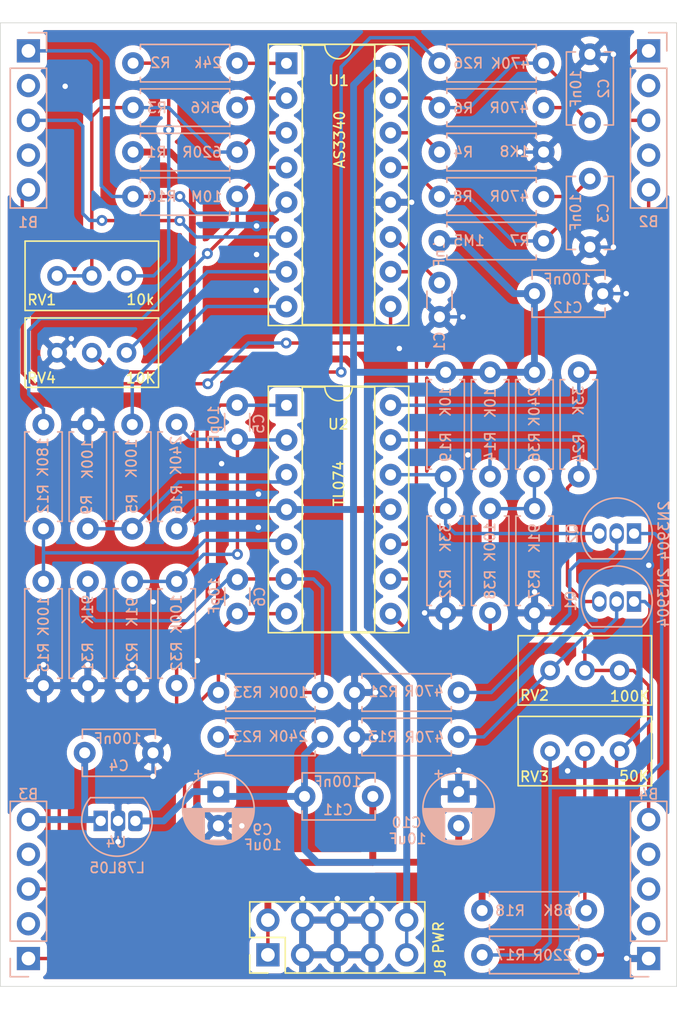
<source format=kicad_pcb>
(kicad_pcb (version 20171130) (host pcbnew "(5.1.4-0-10_14)")
  (layers (0 F.Cu signal) (31 B.Cu signal) (34 B.Paste user) (35 F.Paste user) (36 B.SilkS user) (37 F.SilkS user) (38 B.Mask user) (39 F.Mask user) (44 Edge.Cuts user))
  (net 0 "")
  (net 1 "Net-(C1-Pad2)")
  (net 2 GND)
  (net 3 "Net-(C2-Pad2)")
  (net 4 "Net-(C3-Pad1)")
  (net 5 "Net-(Q1-Pad1)")
  (net 6 "Net-(Q1-Pad3)")
  (net 7 "Net-(Q1-Pad2)")
  (net 8 "Net-(Q2-Pad1)")
  (net 9 "Net-(Q2-Pad3)")
  (net 10 "Net-(Q2-Pad2)")
  (net 11 -12V)
  (net 12 "Net-(R1-Pad1)")
  (net 13 "Net-(R2-Pad2)")
  (net 14 "Net-(R2-Pad1)")
  (net 15 "Net-(R3-Pad1)")
  (net 16 "Net-(R4-Pad2)")
  (net 17 /PULSE)
  (net 18 /CV_IN)
  (net 19 +12V)
  (net 20 "Net-(C5-Pad2)")
  (net 21 "Net-(C6-Pad2)")
  (net 22 "Net-(R18-Pad1)")
  (net 23 /SIN_SHAPE)
  (net 24 "Net-(R26-Pad2)")
  (net 25 +5V)
  (net 26 /VHFT)
  (net 27 /SAW)
  (net 28 /TRI)
  (net 29 "Net-(R5-Pad1)")
  (net 30 "Net-(R12-Pad1)")
  (net 31 "Net-(R36-Pad1)")
  (net 32 /SAW_B)
  (net 33 /PULSE_B)
  (net 34 /LIN_FM_B)
  (net 35 /SIN_B)
  (net 36 /PWM_B)
  (net 37 /HSYNC_B)
  (net 38 /SSYNC_B)
  (net 39 "Net-(J14-Pad4)")
  (net 40 "Net-(J14-Pad2)")
  (net 41 "Net-(J15-Pad4)")
  (net 42 "Net-(J15-Pad2)")
  (net 43 "Net-(J16-Pad4)")
  (net 44 "Net-(J16-Pad2)")
  (net 45 "Net-(J17-Pad4)")
  (net 46 "Net-(J17-Pad2)")
  (net 47 "Net-(J17-Pad3)")
  (module Capacitor_THT:C_Disc_D3.0mm_W1.6mm_P2.50mm (layer B.Cu) (at 153.98 83.79 90)
    (fp_text reference C6 (at 1.24 1.64 270) (layer B.SilkS) (effects (font (size 0.75 0.75) (thickness 0.125)) (justify mirror)))
    (fp_text value 10pF (at 1.29 -1.69 270) (layer B.SilkS) (effects (font (size 0.75 0.75) (thickness 0.125)) (justify mirror)))
    (pad 2 thru_hole circle (at 2.5 0 90) (size 1.6 1.6) (drill 0.8) (layers *.Cu *.Mask) (net 21 "Net-(C6-Pad2)"))
    (pad 1 thru_hole circle (at 0 0 90) (size 1.6 1.6) (drill 0.8) (layers *.Cu *.Mask) (net 33 /PULSE_B))
  )
  (module Capacitor_THT:C_Disc_D3.0mm_W1.6mm_P2.50mm (layer B.Cu) (at 153.97 68.54 270)
    (fp_text reference C5 (at 1.36 -1.59 270) (layer B.SilkS) (effects (font (size 0.75 0.75) (thickness 0.125)) (justify mirror)))
    (fp_text value 10pF (at 1.4 1.72 270) (layer B.SilkS) (effects (font (size 0.75 0.75) (thickness 0.125)) (justify mirror)))
    (pad 2 thru_hole circle (at 2.5 0 270) (size 1.6 1.6) (drill 0.8) (layers *.Cu *.Mask) (net 20 "Net-(C5-Pad2)"))
    (pad 1 thru_hole circle (at 0 0 270) (size 1.6 1.6) (drill 0.8) (layers *.Cu *.Mask) (net 32 /SAW_B))
  )
  (module Capacitor_THT:CP_Radial_D5.0mm_P2.50mm (layer B.Cu) (at 170.185 96.8 270)
    (fp_text reference C10 (at 2.26 3.815 180) (layer B.SilkS) (effects (font (size 0.75 0.75) (thickness 0.125)) (justify mirror)))
    (fp_text value 10uF (at 3.45 3.735 180) (layer B.SilkS) (effects (font (size 0.75 0.75) (thickness 0.125)) (justify mirror)))
    (pad 2 thru_hole circle (at 2.5 0 270) (size 1.6 1.6) (drill 0.8) (layers *.Cu *.Mask) (net 11 -12V))
    (pad 1 thru_hole rect (at 0 0 270) (size 1.6 1.6) (drill 0.8) (layers *.Cu *.Mask) (net 2 GND))
  )
  (module Capacitor_THT:CP_Radial_D5.0mm_P2.50mm (layer B.Cu) (at 152.595 96.8 270)
    (fp_text reference C9 (at 2.78 -3.225 180) (layer B.SilkS) (effects (font (size 0.75 0.75) (thickness 0.125)) (justify mirror)))
    (fp_text value 10uF (at 3.89 -3.265 180) (layer B.SilkS) (effects (font (size 0.75 0.75) (thickness 0.125)) (justify mirror)))
    (pad 2 thru_hole circle (at 2.5 0 270) (size 1.6 1.6) (drill 0.8) (layers *.Cu *.Mask) (net 2 GND))
    (pad 1 thru_hole rect (at 0 0 270) (size 1.6 1.6) (drill 0.8) (layers *.Cu *.Mask) (net 19 +12V))
  )
  (module Connector_PinHeader_2.54mm:PinHeader_1x05_P2.54mm_Vertical (layer B.Cu) (at 184.09 109)
    (fp_text reference J17)
    (fp_text value B4 (at -0.01 -12.01) (layer B.SilkS) (effects (font (size 0.75 0.75) (thickness 0.125)) (justify mirror)))
    (pad 5 thru_hole oval (at 0 -10.16) (size 1.7 1.7) (drill 1) (layers *.Cu *.Mask) (net 23 /SIN_SHAPE))
    (pad 4 thru_hole oval (at 0 -7.62) (size 1.7 1.7) (drill 1) (layers *.Cu *.Mask) (net 45 "Net-(J17-Pad4)"))
    (pad 3 thru_hole oval (at 0 -5.08) (size 1.7 1.7) (drill 1) (layers *.Cu *.Mask) (net 47 "Net-(J17-Pad3)"))
    (pad 2 thru_hole oval (at 0 -2.54) (size 1.7 1.7) (drill 1) (layers *.Cu *.Mask) (net 46 "Net-(J17-Pad2)"))
    (pad 1 thru_hole rect (at 0 0) (size 1.7 1.7) (drill 1) (layers *.Cu *.Mask) (net 2 GND))
  )
  (module Connector_PinHeader_2.54mm:PinHeader_1x05_P2.54mm_Vertical (layer B.Cu) (at 138.69 109)
    (fp_text reference J16)
    (fp_text value B3 (at -0.01 -12.01) (layer B.SilkS) (effects (font (size 0.75 0.75) (thickness 0.125)) (justify mirror)))
    (pad 5 thru_hole oval (at 0 -10.16) (size 1.7 1.7) (drill 1) (layers *.Cu *.Mask) (net 25 +5V))
    (pad 4 thru_hole oval (at 0 -7.62) (size 1.7 1.7) (drill 1) (layers *.Cu *.Mask) (net 43 "Net-(J16-Pad4)"))
    (pad 3 thru_hole oval (at 0 -5.08) (size 1.7 1.7) (drill 1) (layers *.Cu *.Mask) (net 32 /SAW_B))
    (pad 2 thru_hole oval (at 0 -2.54) (size 1.7 1.7) (drill 1) (layers *.Cu *.Mask) (net 44 "Net-(J16-Pad2)"))
    (pad 1 thru_hole rect (at 0 0) (size 1.7 1.7) (drill 1) (layers *.Cu *.Mask) (net 33 /PULSE_B))
  )
  (module Connector_PinHeader_2.54mm:PinHeader_1x05_P2.54mm_Vertical (layer B.Cu) (at 184.09 42.64 180)
    (fp_text reference J15)
    (fp_text value B2 (at 0 -12.49) (layer B.SilkS) (effects (font (size 0.75 0.75) (thickness 0.125)) (justify mirror)))
    (pad 5 thru_hole oval (at 0 -10.16 180) (size 1.7 1.7) (drill 1) (layers *.Cu *.Mask) (net 35 /SIN_B))
    (pad 4 thru_hole oval (at 0 -7.62 180) (size 1.7 1.7) (drill 1) (layers *.Cu *.Mask) (net 41 "Net-(J15-Pad4)"))
    (pad 3 thru_hole oval (at 0 -5.08 180) (size 1.7 1.7) (drill 1) (layers *.Cu *.Mask) (net 34 /LIN_FM_B))
    (pad 2 thru_hole oval (at 0 -2.54 180) (size 1.7 1.7) (drill 1) (layers *.Cu *.Mask) (net 42 "Net-(J15-Pad2)"))
    (pad 1 thru_hole rect (at 0 0 180) (size 1.7 1.7) (drill 1) (layers *.Cu *.Mask) (net 18 /CV_IN))
  )
  (module Connector_PinHeader_2.54mm:PinHeader_1x05_P2.54mm_Vertical (layer B.Cu) (at 138.69 42.64 180)
    (fp_text reference J14)
    (fp_text value B1 (at 0.02 -12.54) (layer B.SilkS) (effects (font (size 0.75 0.75) (thickness 0.125)) (justify mirror)))
    (pad 5 thru_hole oval (at 0 -10.16 180) (size 1.7 1.7) (drill 1) (layers *.Cu *.Mask) (net 38 /SSYNC_B))
    (pad 4 thru_hole oval (at 0 -7.62 180) (size 1.7 1.7) (drill 1) (layers *.Cu *.Mask) (net 39 "Net-(J14-Pad4)"))
    (pad 3 thru_hole oval (at 0 -5.08 180) (size 1.7 1.7) (drill 1) (layers *.Cu *.Mask) (net 37 /HSYNC_B))
    (pad 2 thru_hole oval (at 0 -2.54 180) (size 1.7 1.7) (drill 1) (layers *.Cu *.Mask) (net 40 "Net-(J14-Pad2)"))
    (pad 1 thru_hole rect (at 0 0 180) (size 1.7 1.7) (drill 1) (layers *.Cu *.Mask) (net 36 /PWM_B))
  )
  (module Package_DIP:DIP-14_W7.62mm_Socket (layer F.Cu) (at 157.58 68.55)
    (fp_text reference U2 (at 3.79 1.39) (layer F.SilkS) (effects (font (size 0.75 0.75) (thickness 0.125))))
    (fp_text value TL074 (at 3.84 5.73 90) (layer F.SilkS) (effects (font (size 0.75 0.75) (thickness 0.125))))
    (pad 14 thru_hole oval (at 7.62 0) (size 1.6 1.6) (drill 0.8) (layers *.Cu *.Mask) (net 35 /SIN_B))
    (pad 7 thru_hole oval (at 0 15.24) (size 1.6 1.6) (drill 0.8) (layers *.Cu *.Mask) (net 33 /PULSE_B))
    (pad 13 thru_hole oval (at 7.62 2.54) (size 1.6 1.6) (drill 0.8) (layers *.Cu *.Mask) (net 6 "Net-(Q1-Pad3)"))
    (pad 6 thru_hole oval (at 0 12.7) (size 1.6 1.6) (drill 0.8) (layers *.Cu *.Mask) (net 21 "Net-(C6-Pad2)"))
    (pad 12 thru_hole oval (at 7.62 5.08) (size 1.6 1.6) (drill 0.8) (layers *.Cu *.Mask) (net 9 "Net-(Q2-Pad3)"))
    (pad 5 thru_hole oval (at 0 10.16) (size 1.6 1.6) (drill 0.8) (layers *.Cu *.Mask) (net 30 "Net-(R12-Pad1)"))
    (pad 11 thru_hole oval (at 7.62 7.62) (size 1.6 1.6) (drill 0.8) (layers *.Cu *.Mask) (net 11 -12V))
    (pad 4 thru_hole oval (at 0 7.62) (size 1.6 1.6) (drill 0.8) (layers *.Cu *.Mask) (net 19 +12V))
    (pad 10 thru_hole oval (at 7.62 10.16) (size 1.6 1.6) (drill 0.8) (layers *.Cu *.Mask) (net 28 /TRI))
    (pad 3 thru_hole oval (at 0 5.08) (size 1.6 1.6) (drill 0.8) (layers *.Cu *.Mask) (net 29 "Net-(R5-Pad1)"))
    (pad 9 thru_hole oval (at 7.62 12.7) (size 1.6 1.6) (drill 0.8) (layers *.Cu *.Mask) (net 31 "Net-(R36-Pad1)"))
    (pad 2 thru_hole oval (at 0 2.54) (size 1.6 1.6) (drill 0.8) (layers *.Cu *.Mask) (net 20 "Net-(C5-Pad2)"))
    (pad 8 thru_hole oval (at 7.62 15.24) (size 1.6 1.6) (drill 0.8) (layers *.Cu *.Mask) (net 23 /SIN_SHAPE))
    (pad 1 thru_hole rect (at 0 0) (size 1.6 1.6) (drill 0.8) (layers *.Cu *.Mask) (net 32 /SAW_B))
  )
  (module Package_TO_SOT_THT:TO-92L_Inline (layer B.Cu) (at 143.98 98.94)
    (fp_text reference U4 (at 1.13 1.56) (layer B.SilkS) (effects (font (size 0.75 0.75) (thickness 0.125)) (justify mirror)))
    (fp_text value L78L05 (at 1.21 3.43) (layer B.SilkS) (effects (font (size 0.75 0.75) (thickness 0.125)) (justify mirror)))
    (pad 1 thru_hole rect (at 0 0) (size 1.05 1.5) (drill 0.75) (layers *.Cu *.Mask) (net 25 +5V))
    (pad 3 thru_hole roundrect (at 2.54 0) (size 1.05 1.5) (drill 0.75) (layers *.Cu *.Mask) (net 19 +12V))
    (pad 2 thru_hole roundrect (at 1.27 0) (size 1.05 1.5) (drill 0.75) (layers *.Cu *.Mask) (net 2 GND))
  )
  (module Resistor_THT:R_Axial_DIN0207_L6.3mm_D2.5mm_P7.62mm_Horizontal (layer B.Cu) (at 149.54 89.05 90)
    (fp_text reference R32 (at 2.14 0 270) (layer B.SilkS) (effects (font (size 0.75 0.75) (thickness 0.125)) (justify mirror)))
    (fp_text value 100K (at 5.22 -0.02 270) (layer B.SilkS) (effects (font (size 0.75 0.75) (thickness 0.125)) (justify mirror)))
    (pad 2 thru_hole oval (at 7.62 0 90) (size 1.6 1.6) (drill 0.8) (layers *.Cu *.Mask) (net 20 "Net-(C5-Pad2)"))
    (pad 1 thru_hole circle (at 0 0 90) (size 1.6 1.6) (drill 0.8) (layers *.Cu *.Mask) (net 32 /SAW_B))
  )
  (module Resistor_THT:R_Axial_DIN0207_L6.3mm_D2.5mm_P7.62mm_Horizontal (layer B.Cu) (at 172.49 83.73 90)
    (fp_text reference R38 (at 2.07 0 270) (layer B.SilkS) (effects (font (size 0.75 0.75) (thickness 0.125)) (justify mirror)))
    (fp_text value 100K (at 5.17 -0.02 270) (layer B.SilkS) (effects (font (size 0.75 0.75) (thickness 0.125)) (justify mirror)))
    (pad 2 thru_hole oval (at 7.62 0 90) (size 1.6 1.6) (drill 0.8) (layers *.Cu *.Mask) (net 31 "Net-(R36-Pad1)"))
    (pad 1 thru_hole circle (at 0 0 90) (size 1.6 1.6) (drill 0.8) (layers *.Cu *.Mask) (net 23 /SIN_SHAPE))
  )
  (module Resistor_THT:R_Axial_DIN0207_L6.3mm_D2.5mm_P7.62mm_Horizontal (layer B.Cu) (at 175.74 76.11 270)
    (fp_text reference R37 (at 5.51 0.01 270) (layer B.SilkS) (effects (font (size 0.75 0.75) (thickness 0.125)) (justify mirror)))
    (fp_text value 91K (at 2.16 0.01 270) (layer B.SilkS) (effects (font (size 0.75 0.75) (thickness 0.125)) (justify mirror)))
    (pad 2 thru_hole oval (at 7.62 0 270) (size 1.6 1.6) (drill 0.8) (layers *.Cu *.Mask) (net 2 GND))
    (pad 1 thru_hole circle (at 0 0 270) (size 1.6 1.6) (drill 0.8) (layers *.Cu *.Mask) (net 31 "Net-(R36-Pad1)"))
  )
  (module Resistor_THT:R_Axial_DIN0207_L6.3mm_D2.5mm_P7.62mm_Horizontal (layer B.Cu) (at 175.73 73.76 90)
    (fp_text reference R36 (at 2.14 0 270) (layer B.SilkS) (effects (font (size 0.75 0.75) (thickness 0.125)) (justify mirror)))
    (fp_text value 240K (at 5.1 -0.01 270) (layer B.SilkS) (effects (font (size 0.75 0.75) (thickness 0.125)) (justify mirror)))
    (pad 2 thru_hole oval (at 7.62 0 90) (size 1.6 1.6) (drill 0.8) (layers *.Cu *.Mask) (net 19 +12V))
    (pad 1 thru_hole circle (at 0 0 90) (size 1.6 1.6) (drill 0.8) (layers *.Cu *.Mask) (net 31 "Net-(R36-Pad1)"))
  )
  (module Resistor_THT:R_Axial_DIN0207_L6.3mm_D2.5mm_P7.62mm_Horizontal (layer B.Cu) (at 152.595 89.55)
    (fp_text reference R33 (at 2.14 0) (layer B.SilkS) (effects (font (size 0.75 0.75) (thickness 0.125)) (justify mirror)))
    (fp_text value 100K (at 5.14 0) (layer B.SilkS) (effects (font (size 0.75 0.75) (thickness 0.125)) (justify mirror)))
    (pad 2 thru_hole oval (at 7.62 0) (size 1.6 1.6) (drill 0.8) (layers *.Cu *.Mask) (net 21 "Net-(C6-Pad2)"))
    (pad 1 thru_hole circle (at 0 0) (size 1.6 1.6) (drill 0.8) (layers *.Cu *.Mask) (net 33 /PULSE_B))
  )
  (module Resistor_THT:R_Axial_DIN0207_L6.3mm_D2.5mm_P7.62mm_Horizontal (layer B.Cu) (at 143.04 81.43 270)
    (fp_text reference R31 (at 5.53 0 270) (layer B.SilkS) (effects (font (size 0.75 0.75) (thickness 0.125)) (justify mirror)))
    (fp_text value 91K (at 2.06 0.01 270) (layer B.SilkS) (effects (font (size 0.75 0.75) (thickness 0.125)) (justify mirror)))
    (pad 2 thru_hole oval (at 7.62 0 270) (size 1.6 1.6) (drill 0.8) (layers *.Cu *.Mask) (net 2 GND))
    (pad 1 thru_hole circle (at 0 0 270) (size 1.6 1.6) (drill 0.8) (layers *.Cu *.Mask) (net 21 "Net-(C6-Pad2)"))
  )
  (module Resistor_THT:R_Axial_DIN0207_L6.3mm_D2.5mm_P7.62mm_Horizontal (layer B.Cu) (at 152.595 92.8)
    (fp_text reference R23 (at 2.12 -0.01) (layer B.SilkS) (effects (font (size 0.75 0.75) (thickness 0.125)) (justify mirror)))
    (fp_text value 240K (at 5.12 -0.04) (layer B.SilkS) (effects (font (size 0.75 0.75) (thickness 0.125)) (justify mirror)))
    (pad 2 thru_hole oval (at 7.62 0) (size 1.6 1.6) (drill 0.8) (layers *.Cu *.Mask) (net 19 +12V))
    (pad 1 thru_hole circle (at 0 0) (size 1.6 1.6) (drill 0.8) (layers *.Cu *.Mask) (net 21 "Net-(C6-Pad2)"))
  )
  (module Resistor_THT:R_Axial_DIN0207_L6.3mm_D2.5mm_P7.62mm_Horizontal (layer B.Cu) (at 146.29 81.43 270)
    (fp_text reference R20 (at 5.52 0 270) (layer B.SilkS) (effects (font (size 0.75 0.75) (thickness 0.125)) (justify mirror)))
    (fp_text value 91K (at 2.23 0.01 270) (layer B.SilkS) (effects (font (size 0.75 0.75) (thickness 0.125)) (justify mirror)))
    (pad 2 thru_hole oval (at 7.62 0 270) (size 1.6 1.6) (drill 0.8) (layers *.Cu *.Mask) (net 2 GND))
    (pad 1 thru_hole circle (at 0 0 270) (size 1.6 1.6) (drill 0.8) (layers *.Cu *.Mask) (net 20 "Net-(C5-Pad2)"))
  )
  (module Resistor_THT:R_Axial_DIN0207_L6.3mm_D2.5mm_P7.62mm_Horizontal (layer B.Cu) (at 149.54 69.96 270)
    (fp_text reference R16 (at 5.49 -0.01 270) (layer B.SilkS) (effects (font (size 0.75 0.75) (thickness 0.125)) (justify mirror)))
    (fp_text value 240K (at 2.26 0.05 270) (layer B.SilkS) (effects (font (size 0.75 0.75) (thickness 0.125)) (justify mirror)))
    (pad 2 thru_hole oval (at 7.62 0 270) (size 1.6 1.6) (drill 0.8) (layers *.Cu *.Mask) (net 19 +12V))
    (pad 1 thru_hole circle (at 0 0 270) (size 1.6 1.6) (drill 0.8) (layers *.Cu *.Mask) (net 20 "Net-(C5-Pad2)"))
  )
  (module Resistor_THT:R_Axial_DIN0207_L6.3mm_D2.5mm_P7.62mm_Horizontal (layer B.Cu) (at 139.79 81.43 270)
    (fp_text reference R15 (at 5.56 0 270) (layer B.SilkS) (effects (font (size 0.75 0.75) (thickness 0.125)) (justify mirror)))
    (fp_text value 100K (at 2.57 0 270) (layer B.SilkS) (effects (font (size 0.75 0.75) (thickness 0.125)) (justify mirror)))
    (pad 2 thru_hole oval (at 7.62 0 270) (size 1.6 1.6) (drill 0.8) (layers *.Cu *.Mask) (net 2 GND))
    (pad 1 thru_hole circle (at 0 0 270) (size 1.6 1.6) (drill 0.8) (layers *.Cu *.Mask) (net 30 "Net-(R12-Pad1)"))
  )
  (module Resistor_THT:R_Axial_DIN0207_L6.3mm_D2.5mm_P7.62mm_Horizontal (layer B.Cu) (at 139.79 77.58 90)
    (fp_text reference R12 (at 2.18 -0.02 270) (layer B.SilkS) (effects (font (size 0.75 0.75) (thickness 0.125)) (justify mirror)))
    (fp_text value 180K (at 5.23 -0.04 270) (layer B.SilkS) (effects (font (size 0.75 0.75) (thickness 0.125)) (justify mirror)))
    (pad 2 thru_hole oval (at 7.62 0 90) (size 1.6 1.6) (drill 0.8) (layers *.Cu *.Mask) (net 17 /PULSE))
    (pad 1 thru_hole circle (at 0 0 90) (size 1.6 1.6) (drill 0.8) (layers *.Cu *.Mask) (net 30 "Net-(R12-Pad1)"))
  )
  (module Resistor_THT:R_Axial_DIN0207_L6.3mm_D2.5mm_P7.62mm_Horizontal (layer B.Cu) (at 146.35 53.29)
    (fp_text reference R10 (at 2.1 -0.01) (layer B.SilkS) (effects (font (size 0.75 0.75) (thickness 0.125)) (justify mirror)))
    (fp_text value 10M (at 5.38 0.01) (layer B.SilkS) (effects (font (size 0.75 0.75) (thickness 0.125)) (justify mirror)))
    (pad 2 thru_hole oval (at 7.62 0) (size 1.6 1.6) (drill 0.8) (layers *.Cu *.Mask) (net 17 /PULSE))
    (pad 1 thru_hole circle (at 0 0) (size 1.6 1.6) (drill 0.8) (layers *.Cu *.Mask) (net 36 /PWM_B))
  )
  (module Resistor_THT:R_Axial_DIN0207_L6.3mm_D2.5mm_P7.62mm_Horizontal (layer B.Cu) (at 146.29 77.58 90)
    (fp_text reference R5 (at 1.83 -0.01 270) (layer B.SilkS) (effects (font (size 0.75 0.75) (thickness 0.125)) (justify mirror)))
    (fp_text value 100K (at 5.14 -0.06 270) (layer B.SilkS) (effects (font (size 0.75 0.75) (thickness 0.125)) (justify mirror)))
    (pad 2 thru_hole oval (at 7.62 0 90) (size 1.6 1.6) (drill 0.8) (layers *.Cu *.Mask) (net 27 /SAW))
    (pad 1 thru_hole circle (at 0 0 90) (size 1.6 1.6) (drill 0.8) (layers *.Cu *.Mask) (net 29 "Net-(R5-Pad1)"))
  )
  (module Connector_PinHeader_2.54mm:PinHeader_2x05_P2.54mm_Vertical (layer F.Cu) (at 156.22 108.73 90)
    (fp_text reference J8 (at -0.95 12.62 90) (layer F.SilkS) (effects (font (size 0.75 0.75) (thickness 0.125))))
    (fp_text value PWR (at 1.27 12.49 90) (layer F.SilkS) (effects (font (size 0.75 0.75) (thickness 0.125))))
    (pad 10 thru_hole oval (at 2.54 10.16 90) (size 1.7 1.7) (drill 1) (layers *.Cu *.Mask) (net 19 +12V))
    (pad 9 thru_hole oval (at 0 10.16 90) (size 1.7 1.7) (drill 1) (layers *.Cu *.Mask) (net 19 +12V))
    (pad 8 thru_hole oval (at 2.54 7.62 90) (size 1.7 1.7) (drill 1) (layers *.Cu *.Mask) (net 2 GND))
    (pad 7 thru_hole oval (at 0 7.62 90) (size 1.7 1.7) (drill 1) (layers *.Cu *.Mask) (net 2 GND))
    (pad 6 thru_hole oval (at 2.54 5.08 90) (size 1.7 1.7) (drill 1) (layers *.Cu *.Mask) (net 2 GND))
    (pad 5 thru_hole oval (at 0 5.08 90) (size 1.7 1.7) (drill 1) (layers *.Cu *.Mask) (net 2 GND))
    (pad 4 thru_hole oval (at 2.54 2.54 90) (size 1.7 1.7) (drill 1) (layers *.Cu *.Mask) (net 2 GND))
    (pad 3 thru_hole oval (at 0 2.54 90) (size 1.7 1.7) (drill 1) (layers *.Cu *.Mask) (net 2 GND))
    (pad 2 thru_hole oval (at 2.54 0 90) (size 1.7 1.7) (drill 1) (layers *.Cu *.Mask) (net 11 -12V))
    (pad 1 thru_hole rect (at 0 0 90) (size 1.7 1.7) (drill 1) (layers *.Cu *.Mask) (net 11 -12V))
  )
  (module Capacitor_THT:C_Disc_D5.1mm_W3.2mm_P5.00mm (layer B.Cu) (at 180.73 60.39 180)
    (fp_text reference C12 (at 2.56 -1.02) (layer B.SilkS) (effects (font (size 0.75 0.75) (thickness 0.125)) (justify mirror)))
    (fp_text value 100nF (at 2.58 1.06) (layer B.SilkS) (effects (font (size 0.75 0.75) (thickness 0.125)) (justify mirror)))
    (pad 2 thru_hole circle (at 5 0 180) (size 1.6 1.6) (drill 0.8) (layers *.Cu *.Mask) (net 19 +12V))
    (pad 1 thru_hole circle (at 0 0 180) (size 1.6 1.6) (drill 0.8) (layers *.Cu *.Mask) (net 2 GND))
  )
  (module Capacitor_THT:C_Disc_D5.1mm_W3.2mm_P5.00mm (layer B.Cu) (at 158.9 97.15)
    (fp_text reference C11 (at 2.45 0.98) (layer B.SilkS) (effects (font (size 0.75 0.75) (thickness 0.125)) (justify mirror)))
    (fp_text value 100nF (at 2.43 -1.08) (layer B.SilkS) (effects (font (size 0.75 0.75) (thickness 0.125)) (justify mirror)))
    (pad 2 thru_hole circle (at 5 0) (size 1.6 1.6) (drill 0.8) (layers *.Cu *.Mask) (net 11 -12V))
    (pad 1 thru_hole circle (at 0 0) (size 1.6 1.6) (drill 0.8) (layers *.Cu *.Mask) (net 19 +12V))
  )
  (module Capacitor_THT:C_Disc_D5.1mm_W3.2mm_P5.00mm (layer B.Cu) (at 142.81 93.96)
    (fp_text reference C4 (at 2.5 0.95) (layer B.SilkS) (effects (font (size 0.75 0.75) (thickness 0.125)) (justify mirror)))
    (fp_text value 100nF (at 2.43 -1.04) (layer B.SilkS) (effects (font (size 0.75 0.75) (thickness 0.125)) (justify mirror)))
    (pad 2 thru_hole circle (at 5 0) (size 1.6 1.6) (drill 0.8) (layers *.Cu *.Mask) (net 2 GND))
    (pad 1 thru_hole circle (at 0 0) (size 1.6 1.6) (drill 0.8) (layers *.Cu *.Mask) (net 25 +5V))
  )
  (module Resistor_THT:R_Axial_DIN0207_L6.3mm_D2.5mm_P7.62mm_Horizontal (layer B.Cu) (at 176.4 43.54 180)
    (fp_text reference R26 (at 5.51 0) (layer B.SilkS) (effects (font (size 0.75 0.75) (thickness 0.125)) (justify mirror)))
    (fp_text value 470K (at 2.42 -0.02) (layer B.SilkS) (effects (font (size 0.75 0.75) (thickness 0.125)) (justify mirror)))
    (pad 2 thru_hole oval (at 7.62 0 180) (size 1.6 1.6) (drill 0.8) (layers *.Cu *.Mask) (net 24 "Net-(R26-Pad2)"))
    (pad 1 thru_hole circle (at 0 0 180) (size 1.6 1.6) (drill 0.8) (layers *.Cu *.Mask) (net 18 /CV_IN))
  )
  (module Resistor_THT:R_Axial_DIN0207_L6.3mm_D2.5mm_P7.62mm_Horizontal (layer B.Cu) (at 178.98 66.14 270)
    (fp_text reference R24 (at 5.57 0 270) (layer B.SilkS) (effects (font (size 0.75 0.75) (thickness 0.125)) (justify mirror)))
    (fp_text value 33K (at 2.08 0.03 270) (layer B.SilkS) (effects (font (size 0.75 0.75) (thickness 0.125)) (justify mirror)))
    (pad 2 thru_hole oval (at 7.62 0 270) (size 1.6 1.6) (drill 0.8) (layers *.Cu *.Mask) (net 6 "Net-(Q1-Pad3)"))
    (pad 1 thru_hole circle (at 0 0 270) (size 1.6 1.6) (drill 0.8) (layers *.Cu *.Mask) (net 35 /SIN_B))
  )
  (module Resistor_THT:R_Axial_DIN0207_L6.3mm_D2.5mm_P7.62mm_Horizontal (layer B.Cu) (at 169.23 76.11 270)
    (fp_text reference R22 (at 5.5 0.01 270) (layer B.SilkS) (effects (font (size 0.75 0.75) (thickness 0.125)) (justify mirror)))
    (fp_text value 33K (at 2.11 0.01 270) (layer B.SilkS) (effects (font (size 0.75 0.75) (thickness 0.125)) (justify mirror)))
    (pad 2 thru_hole oval (at 7.62 0 270) (size 1.6 1.6) (drill 0.8) (layers *.Cu *.Mask) (net 2 GND))
    (pad 1 thru_hole circle (at 0 0 270) (size 1.6 1.6) (drill 0.8) (layers *.Cu *.Mask) (net 9 "Net-(Q2-Pad3)"))
  )
  (module Resistor_THT:R_Axial_DIN0207_L6.3mm_D2.5mm_P7.62mm_Horizontal (layer B.Cu) (at 170.185 89.55 180)
    (fp_text reference R21 (at 5.5 0.06) (layer B.SilkS) (effects (font (size 0.75 0.75) (thickness 0.125)) (justify mirror)))
    (fp_text value 470R (at 2.54 0.09) (layer B.SilkS) (effects (font (size 0.75 0.75) (thickness 0.125)) (justify mirror)))
    (pad 2 thru_hole oval (at 7.62 0 180) (size 1.6 1.6) (drill 0.8) (layers *.Cu *.Mask) (net 2 GND))
    (pad 1 thru_hole circle (at 0 0 180) (size 1.6 1.6) (drill 0.8) (layers *.Cu *.Mask) (net 10 "Net-(Q2-Pad2)"))
  )
  (module Resistor_THT:R_Axial_DIN0207_L6.3mm_D2.5mm_P7.62mm_Horizontal (layer B.Cu) (at 169.23 66.14 270)
    (fp_text reference R19 (at 5.47 -0.01 270) (layer B.SilkS) (effects (font (size 0.75 0.75) (thickness 0.125)) (justify mirror)))
    (fp_text value 10K (at 2.17 0.01 270) (layer B.SilkS) (effects (font (size 0.75 0.75) (thickness 0.125)) (justify mirror)))
    (pad 2 thru_hole oval (at 7.62 0 270) (size 1.6 1.6) (drill 0.8) (layers *.Cu *.Mask) (net 9 "Net-(Q2-Pad3)"))
    (pad 1 thru_hole circle (at 0 0 270) (size 1.6 1.6) (drill 0.8) (layers *.Cu *.Mask) (net 19 +12V))
  )
  (module Resistor_THT:R_Axial_DIN0207_L6.3mm_D2.5mm_P7.62mm_Horizontal (layer B.Cu) (at 179.52 105.49 180)
    (fp_text reference R18 (at 5.57 -0.01) (layer B.SilkS) (effects (font (size 0.75 0.75) (thickness 0.125)) (justify mirror)))
    (fp_text value 68K (at 2.06 0) (layer B.SilkS) (effects (font (size 0.75 0.75) (thickness 0.125)) (justify mirror)))
    (pad 2 thru_hole oval (at 7.62 0 180) (size 1.6 1.6) (drill 0.8) (layers *.Cu *.Mask) (net 11 -12V))
    (pad 1 thru_hole circle (at 0 0 180) (size 1.6 1.6) (drill 0.8) (layers *.Cu *.Mask) (net 22 "Net-(R18-Pad1)"))
  )
  (module Resistor_THT:R_Axial_DIN0207_L6.3mm_D2.5mm_P7.62mm_Horizontal (layer B.Cu) (at 171.9 108.74)
    (fp_text reference R17 (at 2.08 0) (layer B.SilkS) (effects (font (size 0.75 0.75) (thickness 0.125)) (justify mirror)))
    (fp_text value 220R (at 5.16 0.02) (layer B.SilkS) (effects (font (size 0.75 0.75) (thickness 0.125)) (justify mirror)))
    (pad 2 thru_hole oval (at 7.62 0) (size 1.6 1.6) (drill 0.8) (layers *.Cu *.Mask) (net 5 "Net-(Q1-Pad1)"))
    (pad 1 thru_hole circle (at 0 0) (size 1.6 1.6) (drill 0.8) (layers *.Cu *.Mask) (net 8 "Net-(Q2-Pad1)"))
  )
  (module Resistor_THT:R_Axial_DIN0207_L6.3mm_D2.5mm_P7.62mm_Horizontal (layer B.Cu) (at 172.48 66.14 270)
    (fp_text reference R14 (at 5.42 -0.02 270) (layer B.SilkS) (effects (font (size 0.75 0.75) (thickness 0.125)) (justify mirror)))
    (fp_text value 10K (at 2.26 -0.02 270) (layer B.SilkS) (effects (font (size 0.75 0.75) (thickness 0.125)) (justify mirror)))
    (pad 2 thru_hole oval (at 7.62 0 270) (size 1.6 1.6) (drill 0.8) (layers *.Cu *.Mask) (net 6 "Net-(Q1-Pad3)"))
    (pad 1 thru_hole circle (at 0 0 270) (size 1.6 1.6) (drill 0.8) (layers *.Cu *.Mask) (net 19 +12V))
  )
  (module Resistor_THT:R_Axial_DIN0207_L6.3mm_D2.5mm_P7.62mm_Horizontal (layer B.Cu) (at 170.185 92.8 180)
    (fp_text reference R13 (at 5.57 0.01) (layer B.SilkS) (effects (font (size 0.75 0.75) (thickness 0.125)) (justify mirror)))
    (fp_text value 470R (at 2.51 -0.02) (layer B.SilkS) (effects (font (size 0.75 0.75) (thickness 0.125)) (justify mirror)))
    (pad 2 thru_hole oval (at 7.62 0 180) (size 1.6 1.6) (drill 0.8) (layers *.Cu *.Mask) (net 2 GND))
    (pad 1 thru_hole circle (at 0 0 180) (size 1.6 1.6) (drill 0.8) (layers *.Cu *.Mask) (net 7 "Net-(Q1-Pad2)"))
  )
  (module Resistor_THT:R_Axial_DIN0207_L6.3mm_D2.5mm_P7.62mm_Horizontal (layer B.Cu) (at 143.04 77.58 90)
    (fp_text reference R9 (at 1.76 -0.09 270) (layer B.SilkS) (effects (font (size 0.75 0.75) (thickness 0.125)) (justify mirror)))
    (fp_text value 100K (at 5.07 -0.03 270) (layer B.SilkS) (effects (font (size 0.75 0.75) (thickness 0.125)) (justify mirror)))
    (pad 2 thru_hole oval (at 7.62 0 90) (size 1.6 1.6) (drill 0.8) (layers *.Cu *.Mask) (net 2 GND))
    (pad 1 thru_hole circle (at 0 0 90) (size 1.6 1.6) (drill 0.8) (layers *.Cu *.Mask) (net 29 "Net-(R5-Pad1)"))
  )
  (module Resistor_THT:R_Axial_DIN0207_L6.3mm_D2.5mm_P7.62mm_Horizontal (layer B.Cu) (at 168.78 53.29)
    (fp_text reference R8 (at 1.703334 0) (layer B.SilkS) (effects (font (size 0.75 0.75) (thickness 0.125)) (justify mirror)))
    (fp_text value 470R (at 5.133334 -0.01) (layer B.SilkS) (effects (font (size 0.75 0.75) (thickness 0.125)) (justify mirror)))
    (pad 2 thru_hole oval (at 7.62 0) (size 1.6 1.6) (drill 0.8) (layers *.Cu *.Mask) (net 4 "Net-(C3-Pad1)"))
    (pad 1 thru_hole circle (at 0 0) (size 1.6 1.6) (drill 0.8) (layers *.Cu *.Mask) (net 34 /LIN_FM_B))
  )
  (module Resistor_THT:R_Axial_DIN0207_L6.3mm_D2.5mm_P7.62mm_Horizontal (layer B.Cu) (at 176.4 56.54 180)
    (fp_text reference R7 (at 1.746667 0.023332) (layer B.SilkS) (effects (font (size 0.75 0.75) (thickness 0.125)) (justify mirror)))
    (fp_text value 1M5 (at 5.456667 0.023332) (layer B.SilkS) (effects (font (size 0.75 0.75) (thickness 0.125)) (justify mirror)))
    (pad 2 thru_hole oval (at 7.62 0 180) (size 1.6 1.6) (drill 0.8) (layers *.Cu *.Mask) (net 19 +12V))
    (pad 1 thru_hole circle (at 0 0 180) (size 1.6 1.6) (drill 0.8) (layers *.Cu *.Mask) (net 34 /LIN_FM_B))
  )
  (module Resistor_THT:R_Axial_DIN0207_L6.3mm_D2.5mm_P7.62mm_Horizontal (layer B.Cu) (at 176.4 46.79 180)
    (fp_text reference R6 (at 5.88 -0.03) (layer B.SilkS) (effects (font (size 0.75 0.75) (thickness 0.125)) (justify mirror)))
    (fp_text value 470R (at 2.5 -0.01) (layer B.SilkS) (effects (font (size 0.75 0.75) (thickness 0.125)) (justify mirror)))
    (pad 2 thru_hole oval (at 7.62 0 180) (size 1.6 1.6) (drill 0.8) (layers *.Cu *.Mask) (net 18 /CV_IN))
    (pad 1 thru_hole circle (at 0 0 180) (size 1.6 1.6) (drill 0.8) (layers *.Cu *.Mask) (net 3 "Net-(C2-Pad2)"))
  )
  (module Resistor_THT:R_Axial_DIN0207_L6.3mm_D2.5mm_P7.62mm_Horizontal (layer B.Cu) (at 176.4 50.04 180)
    (fp_text reference R4 (at 5.879999 -0.006666) (layer B.SilkS) (effects (font (size 0.75 0.75) (thickness 0.125)) (justify mirror)))
    (fp_text value 1K8 (at 2.129999 0.033334) (layer B.SilkS) (effects (font (size 0.75 0.75) (thickness 0.125)) (justify mirror)))
    (pad 2 thru_hole oval (at 7.62 0 180) (size 1.6 1.6) (drill 0.8) (layers *.Cu *.Mask) (net 16 "Net-(R4-Pad2)"))
    (pad 1 thru_hole circle (at 0 0 180) (size 1.6 1.6) (drill 0.8) (layers *.Cu *.Mask) (net 2 GND))
  )
  (module Resistor_THT:R_Axial_DIN0207_L6.3mm_D2.5mm_P7.62mm_Horizontal (layer B.Cu) (at 153.97 46.79 180)
    (fp_text reference R3 (at 5.87 -0.01) (layer B.SilkS) (effects (font (size 0.75 0.75) (thickness 0.125)) (justify mirror)))
    (fp_text value 5K6 (at 2.33 -0.01) (layer B.SilkS) (effects (font (size 0.75 0.75) (thickness 0.125)) (justify mirror)))
    (pad 2 thru_hole oval (at 7.62 0 180) (size 1.6 1.6) (drill 0.8) (layers *.Cu *.Mask) (net 12 "Net-(R1-Pad1)"))
    (pad 1 thru_hole circle (at 0 0 180) (size 1.6 1.6) (drill 0.8) (layers *.Cu *.Mask) (net 15 "Net-(R3-Pad1)"))
  )
  (module Resistor_THT:R_Axial_DIN0207_L6.3mm_D2.5mm_P7.62mm_Horizontal (layer B.Cu) (at 153.97 43.54 180)
    (fp_text reference R2 (at 5.61 0.03) (layer B.SilkS) (effects (font (size 0.75 0.75) (thickness 0.125)) (justify mirror)))
    (fp_text value 24k (at 2.13 0.03) (layer B.SilkS) (effects (font (size 0.75 0.75) (thickness 0.125)) (justify mirror)))
    (pad 2 thru_hole oval (at 7.62 0 180) (size 1.6 1.6) (drill 0.8) (layers *.Cu *.Mask) (net 13 "Net-(R2-Pad2)"))
    (pad 1 thru_hole circle (at 0 0 180) (size 1.6 1.6) (drill 0.8) (layers *.Cu *.Mask) (net 14 "Net-(R2-Pad1)"))
  )
  (module Package_DIP:DIP-16_W7.62mm_Socket (layer F.Cu) (at 157.58 43.55)
    (fp_text reference U1 (at 3.82 1.27) (layer F.SilkS) (effects (font (size 0.75 0.75) (thickness 0.125))))
    (fp_text value AS3340 (at 3.89 5.57 90) (layer F.SilkS) (effects (font (size 0.75 0.75) (thickness 0.125))))
    (pad 16 thru_hole oval (at 7.62 0) (size 1.6 1.6) (drill 0.8) (layers *.Cu *.Mask) (net 19 +12V))
    (pad 8 thru_hole oval (at 0 17.78) (size 1.6 1.6) (drill 0.8) (layers *.Cu *.Mask) (net 27 /SAW))
    (pad 15 thru_hole oval (at 7.62 2.54) (size 1.6 1.6) (drill 0.8) (layers *.Cu *.Mask) (net 18 /CV_IN))
    (pad 7 thru_hole oval (at 0 15.24) (size 1.6 1.6) (drill 0.8) (layers *.Cu *.Mask) (net 26 /VHFT))
    (pad 14 thru_hole oval (at 7.62 5.08) (size 1.6 1.6) (drill 0.8) (layers *.Cu *.Mask) (net 16 "Net-(R4-Pad2)"))
    (pad 6 thru_hole oval (at 0 12.7) (size 1.6 1.6) (drill 0.8) (layers *.Cu *.Mask) (net 37 /HSYNC_B))
    (pad 13 thru_hole oval (at 7.62 7.62) (size 1.6 1.6) (drill 0.8) (layers *.Cu *.Mask) (net 34 /LIN_FM_B))
    (pad 5 thru_hole oval (at 0 10.16) (size 1.6 1.6) (drill 0.8) (layers *.Cu *.Mask) (net 36 /PWM_B))
    (pad 12 thru_hole oval (at 7.62 10.16) (size 1.6 1.6) (drill 0.8) (layers *.Cu *.Mask) (net 2 GND))
    (pad 4 thru_hole oval (at 0 7.62) (size 1.6 1.6) (drill 0.8) (layers *.Cu *.Mask) (net 17 /PULSE))
    (pad 11 thru_hole oval (at 7.62 12.7) (size 1.6 1.6) (drill 0.8) (layers *.Cu *.Mask) (net 1 "Net-(C1-Pad2)"))
    (pad 3 thru_hole oval (at 0 5.08) (size 1.6 1.6) (drill 0.8) (layers *.Cu *.Mask) (net 12 "Net-(R1-Pad1)"))
    (pad 10 thru_hole oval (at 7.62 15.24) (size 1.6 1.6) (drill 0.8) (layers *.Cu *.Mask) (net 28 /TRI))
    (pad 2 thru_hole oval (at 0 2.54) (size 1.6 1.6) (drill 0.8) (layers *.Cu *.Mask) (net 15 "Net-(R3-Pad1)"))
    (pad 9 thru_hole oval (at 7.62 17.78) (size 1.6 1.6) (drill 0.8) (layers *.Cu *.Mask) (net 38 /SSYNC_B))
    (pad 1 thru_hole rect (at 0 0) (size 1.6 1.6) (drill 0.8) (layers *.Cu *.Mask) (net 14 "Net-(R2-Pad1)"))
  )
  (module Potentiometer_THT:Potentiometer_Bourns_3296W_Vertical (layer F.Cu) (at 140.79 64.71 180)
    (fp_text reference RV4 (at 1.15 -1.85) (layer F.SilkS) (effects (font (size 0.75 0.75) (thickness 0.125))))
    (fp_text value 10K (at -6.13 -1.86) (layer F.SilkS) (effects (font (size 0.75 0.75) (thickness 0.125))))
    (pad 3 thru_hole circle (at -5.08 0 180) (size 1.44 1.44) (drill 0.8) (layers *.Cu *.Mask) (net 26 /VHFT))
    (pad 2 thru_hole circle (at -2.54 0 180) (size 1.44 1.44) (drill 0.8) (layers *.Cu *.Mask) (net 24 "Net-(R26-Pad2)"))
    (pad 1 thru_hole circle (at 0 0 180) (size 1.44 1.44) (drill 0.8) (layers *.Cu *.Mask) (net 2 GND))
  )
  (module Potentiometer_THT:Potentiometer_Bourns_3296W_Vertical (layer F.Cu) (at 176.88 93.84 180)
    (fp_text reference RV3 (at 1.15 -1.87) (layer F.SilkS) (effects (font (size 0.75 0.75) (thickness 0.125))))
    (fp_text value 50K (at -6.15 -1.83) (layer F.SilkS) (effects (font (size 0.75 0.75) (thickness 0.125))))
    (pad 3 thru_hole circle (at -5.08 0 180) (size 1.44 1.44) (drill 0.8) (layers *.Cu *.Mask) (net 5 "Net-(Q1-Pad1)"))
    (pad 2 thru_hole circle (at -2.54 0 180) (size 1.44 1.44) (drill 0.8) (layers *.Cu *.Mask) (net 22 "Net-(R18-Pad1)"))
    (pad 1 thru_hole circle (at 0 0 180) (size 1.44 1.44) (drill 0.8) (layers *.Cu *.Mask) (net 8 "Net-(Q2-Pad1)"))
  )
  (module Potentiometer_THT:Potentiometer_Bourns_3296W_Vertical (layer F.Cu) (at 176.88 87.94 180)
    (fp_text reference RV2 (at 1.14 -1.82) (layer F.SilkS) (effects (font (size 0.75 0.75) (thickness 0.125))))
    (fp_text value 100K (at -5.83 -1.89) (layer F.SilkS) (effects (font (size 0.75 0.75) (thickness 0.125))))
    (pad 3 thru_hole circle (at -5.08 0 180) (size 1.44 1.44) (drill 0.8) (layers *.Cu *.Mask) (net 23 /SIN_SHAPE))
    (pad 2 thru_hole circle (at -2.54 0 180) (size 1.44 1.44) (drill 0.8) (layers *.Cu *.Mask) (net 23 /SIN_SHAPE))
    (pad 1 thru_hole circle (at 0 0 180) (size 1.44 1.44) (drill 0.8) (layers *.Cu *.Mask) (net 7 "Net-(Q1-Pad2)"))
  )
  (module Potentiometer_THT:Potentiometer_Bourns_3296W_Vertical (layer F.Cu) (at 140.79 59.09 180)
    (fp_text reference RV1 (at 1.12 -1.76) (layer F.SilkS) (effects (font (size 0.75 0.75) (thickness 0.125))))
    (fp_text value 10k (at -6.1 -1.74) (layer F.SilkS) (effects (font (size 0.75 0.75) (thickness 0.125))))
    (pad 3 thru_hole circle (at -5.08 0 180) (size 1.44 1.44) (drill 0.8) (layers *.Cu *.Mask) (net 13 "Net-(R2-Pad2)"))
    (pad 2 thru_hole circle (at -2.54 0 180) (size 1.44 1.44) (drill 0.8) (layers *.Cu *.Mask) (net 12 "Net-(R1-Pad1)"))
    (pad 1 thru_hole circle (at 0 0 180) (size 1.44 1.44) (drill 0.8) (layers *.Cu *.Mask) (net 12 "Net-(R1-Pad1)"))
  )
  (module Resistor_THT:R_Axial_DIN0207_L6.3mm_D2.5mm_P7.62mm_Horizontal (layer B.Cu) (at 153.97 50.04 180)
    (fp_text reference R1 (at 5.9 -0.01) (layer B.SilkS) (effects (font (size 0.75 0.75) (thickness 0.125)) (justify mirror)))
    (fp_text value 620R (at 2.57 -0.01) (layer B.SilkS) (effects (font (size 0.75 0.75) (thickness 0.125)) (justify mirror)))
    (pad 2 thru_hole oval (at 7.62 0 180) (size 1.6 1.6) (drill 0.8) (layers *.Cu *.Mask) (net 11 -12V))
    (pad 1 thru_hole circle (at 0 0 180) (size 1.6 1.6) (drill 0.8) (layers *.Cu *.Mask) (net 12 "Net-(R1-Pad1)"))
  )
  (module Package_TO_SOT_THT:TO-92_Inline (layer B.Cu) (at 183.02 77.93 180)
    (fp_text reference Q2 (at 4.52 0 270) (layer B.SilkS) (effects (font (size 0.75 0.75) (thickness 0.125)) (justify mirror)))
    (fp_text value 2N3904 (at -2.18 0.21 270) (layer B.SilkS) (effects (font (size 0.75 0.75) (thickness 0.125)) (justify mirror)))
    (pad 1 thru_hole rect (at 0 0 180) (size 1.05 1.5) (drill 0.75) (layers *.Cu *.Mask) (net 8 "Net-(Q2-Pad1)"))
    (pad 3 thru_hole oval (at 2.54 0 180) (size 1.05 1.5) (drill 0.75) (layers *.Cu *.Mask) (net 9 "Net-(Q2-Pad3)"))
    (pad 2 thru_hole oval (at 1.27 0 180) (size 1.05 1.5) (drill 0.75) (layers *.Cu *.Mask) (net 10 "Net-(Q2-Pad2)"))
  )
  (module Package_TO_SOT_THT:TO-92_Inline (layer B.Cu) (at 183.02 82.9 180)
    (fp_text reference Q1 (at 4.63 0.04 270) (layer B.SilkS) (effects (font (size 0.75 0.75) (thickness 0.125)) (justify mirror)))
    (fp_text value 2N3904 (at -2.16 0.28 90) (layer B.SilkS) (effects (font (size 0.75 0.75) (thickness 0.125)) (justify mirror)))
    (pad 1 thru_hole rect (at 0 0 180) (size 1.05 1.5) (drill 0.75) (layers *.Cu *.Mask) (net 5 "Net-(Q1-Pad1)"))
    (pad 3 thru_hole oval (at 2.54 0 180) (size 1.05 1.5) (drill 0.75) (layers *.Cu *.Mask) (net 6 "Net-(Q1-Pad3)"))
    (pad 2 thru_hole oval (at 1.27 0 180) (size 1.05 1.5) (drill 0.75) (layers *.Cu *.Mask) (net 7 "Net-(Q1-Pad2)"))
  )
  (module Capacitor_THT:C_Disc_D5.1mm_W3.2mm_P5.00mm (layer B.Cu) (at 179.79 51.99 270)
    (fp_text reference C3 (at 2.51 -0.98 270) (layer B.SilkS) (effects (font (size 0.75 0.75) (thickness 0.125)) (justify mirror)))
    (fp_text value 10nF (at 2.47 1.04 270) (layer B.SilkS) (effects (font (size 0.75 0.75) (thickness 0.125)) (justify mirror)))
    (pad 2 thru_hole circle (at 5 0 270) (size 1.6 1.6) (drill 0.8) (layers *.Cu *.Mask) (net 2 GND))
    (pad 1 thru_hole circle (at 0 0 270) (size 1.6 1.6) (drill 0.8) (layers *.Cu *.Mask) (net 4 "Net-(C3-Pad1)"))
  )
  (module Capacitor_THT:C_Disc_D5.1mm_W3.2mm_P5.00mm (layer B.Cu) (at 179.79 42.89 270)
    (fp_text reference C2 (at 2.5 -1.01 270) (layer B.SilkS) (effects (font (size 0.75 0.75) (thickness 0.125)) (justify mirror)))
    (fp_text value 10nF (at 2.52 1.02 270) (layer B.SilkS) (effects (font (size 0.75 0.75) (thickness 0.125)) (justify mirror)))
    (pad 2 thru_hole circle (at 5 0 270) (size 1.6 1.6) (drill 0.8) (layers *.Cu *.Mask) (net 3 "Net-(C2-Pad2)"))
    (pad 1 thru_hole circle (at 0 0 270) (size 1.6 1.6) (drill 0.8) (layers *.Cu *.Mask) (net 2 GND))
  )
  (module Capacitor_THT:C_Disc_D3.0mm_W1.6mm_P2.50mm (layer B.Cu) (at 168.78 62.09 90)
    (fp_text reference C1 (at -1.8 0 270) (layer B.SilkS) (effects (font (size 0.75 0.75) (thickness 0.125)) (justify mirror)))
    (fp_text value 1nF (at 4.66 -0.02 270) (layer B.SilkS) (effects (font (size 0.75 0.75) (thickness 0.125)) (justify mirror)))
    (pad 2 thru_hole circle (at 2.5 0 90) (size 1.6 1.6) (drill 0.8) (layers *.Cu *.Mask) (net 1 "Net-(C1-Pad2)"))
    (pad 1 thru_hole circle (at 0 0 90) (size 1.6 1.6) (drill 0.8) (layers *.Cu *.Mask) (net 2 GND))
  )
  (gr_line (start 136.64 40.59) (end 186.14 40.59) (layer Edge.Cuts) (width 0.05))
  (gr_line (start 136.64 40.59) (end 136.64 111.04) (layer Edge.Cuts) (width 0.05))
  (gr_line (start 136.64 111.04) (end 186.14 111.04) (layer Edge.Cuts) (width 0.05))
  (gr_line (start 186.14 40.59) (end 186.14 111.04) (layer Edge.Cuts) (width 0.05))
  (segment (start 165.44 56.25) (end 165.2 56.25) (width 0.25) (layer F.Cu) (net 1))
  (segment (start 168.78 59.59) (end 165.44 56.25) (width 0.25) (layer F.Cu) (net 1))
  (via (at 174.69 50.04) (size 0.8) (drill 0.4) (layers F.Cu B.Cu) (net 2))
  (segment (start 176.4 50.04) (end 174.69 50.04) (width 0.25) (layer B.Cu) (net 2))
  (via (at 181.51 56.99) (size 0.8) (drill 0.4) (layers F.Cu B.Cu) (net 2))
  (segment (start 179.79 56.99) (end 181.51 56.99) (width 0.25) (layer B.Cu) (net 2))
  (via (at 182.45 60.39) (size 0.8) (drill 0.4) (layers F.Cu B.Cu) (net 2))
  (segment (start 180.73 60.39) (end 182.45 60.39) (width 0.25) (layer B.Cu) (net 2))
  (via (at 181.51 42.89) (size 0.8) (drill 0.4) (layers F.Cu B.Cu) (net 2))
  (segment (start 179.79 42.89) (end 181.51 42.89) (width 0.25) (layer B.Cu) (net 2))
  (via (at 170.5 62.09) (size 0.8) (drill 0.4) (layers F.Cu B.Cu) (net 2))
  (segment (start 168.78 62.09) (end 170.5 62.09) (width 0.25) (layer B.Cu) (net 2))
  (via (at 166.74 53.71) (size 0.8) (drill 0.4) (layers F.Cu B.Cu) (net 2))
  (segment (start 165.2 53.71) (end 166.74 53.71) (width 0.25) (layer B.Cu) (net 2))
  (via (at 165.84 64.4) (size 0.8) (drill 0.4) (layers F.Cu B.Cu) (net 2))
  (via (at 175.74 82.2) (size 0.8) (drill 0.4) (layers F.Cu B.Cu) (net 2))
  (segment (start 175.74 83.73) (end 175.74 82.2) (width 0.25) (layer B.Cu) (net 2))
  (via (at 167.69 83.73) (size 0.8) (drill 0.4) (layers F.Cu B.Cu) (net 2))
  (segment (start 169.23 83.73) (end 167.69 83.73) (width 0.25) (layer B.Cu) (net 2))
  (segment (start 170.185 95.245) (end 170.18 95.24) (width 0.25) (layer B.Cu) (net 2))
  (via (at 170.18 95.24) (size 0.8) (drill 0.4) (layers F.Cu B.Cu) (net 2))
  (segment (start 170.185 96.8) (end 170.185 95.245) (width 0.25) (layer B.Cu) (net 2))
  (via (at 182.48 108.99) (size 0.8) (drill 0.4) (layers F.Cu B.Cu) (net 2))
  (segment (start 182.49 109) (end 182.48 108.99) (width 0.25) (layer B.Cu) (net 2))
  (segment (start 184.09 109) (end 182.49 109) (width 0.25) (layer B.Cu) (net 2))
  (via (at 163.84 104.62) (size 0.8) (drill 0.4) (layers F.Cu B.Cu) (net 2))
  (segment (start 163.84 106.19) (end 163.84 104.62) (width 0.25) (layer B.Cu) (net 2))
  (via (at 161.3 104.62) (size 0.8) (drill 0.4) (layers F.Cu B.Cu) (net 2))
  (segment (start 161.3 106.19) (end 161.3 104.62) (width 0.25) (layer B.Cu) (net 2))
  (via (at 158.76 104.62) (size 0.8) (drill 0.4) (layers F.Cu B.Cu) (net 2))
  (segment (start 158.76 106.19) (end 158.76 104.62) (width 0.25) (layer B.Cu) (net 2))
  (via (at 145.25 100.46) (size 0.8) (drill 0.4) (layers F.Cu B.Cu) (net 2))
  (segment (start 145.25 98.94) (end 145.25 100.46) (width 0.25) (layer B.Cu) (net 2))
  (via (at 154.31 99.3) (size 0.8) (drill 0.4) (layers F.Cu B.Cu) (net 2))
  (segment (start 152.595 99.3) (end 154.31 99.3) (width 0.25) (layer B.Cu) (net 2))
  (via (at 147.81 95.68) (size 0.8) (drill 0.4) (layers F.Cu B.Cu) (net 2))
  (segment (start 147.81 93.96) (end 147.81 95.68) (width 0.25) (layer B.Cu) (net 2))
  (via (at 139.79 87.52) (size 0.8) (drill 0.4) (layers F.Cu B.Cu) (net 2))
  (segment (start 139.79 89.05) (end 139.79 87.52) (width 0.25) (layer B.Cu) (net 2))
  (via (at 143.04 87.52) (size 0.8) (drill 0.4) (layers F.Cu B.Cu) (net 2))
  (segment (start 143.04 89.05) (end 143.04 87.52) (width 0.25) (layer B.Cu) (net 2))
  (via (at 146.29 87.52) (size 0.8) (drill 0.4) (layers F.Cu B.Cu) (net 2))
  (segment (start 146.29 89.05) (end 146.29 87.52) (width 0.25) (layer B.Cu) (net 2))
  (via (at 151.06 87.22) (size 0.8) (drill 0.4) (layers F.Cu B.Cu) (net 2))
  (via (at 152.83 72.82) (size 0.8) (drill 0.4) (layers F.Cu B.Cu) (net 2))
  (via (at 164.1 92.8) (size 0.8) (drill 0.4) (layers F.Cu B.Cu) (net 2))
  (segment (start 162.565 92.8) (end 164.1 92.8) (width 0.25) (layer B.Cu) (net 2))
  (via (at 164.1 89.55) (size 0.8) (drill 0.4) (layers F.Cu B.Cu) (net 2))
  (segment (start 162.565 89.55) (end 164.1 89.55) (width 0.25) (layer B.Cu) (net 2))
  (via (at 141.83 63.68) (size 0.8) (drill 0.4) (layers F.Cu B.Cu) (net 2))
  (segment (start 140.8 64.71) (end 141.83 63.68) (width 0.25) (layer B.Cu) (net 2))
  (segment (start 140.79 64.71) (end 140.8 64.71) (width 0.25) (layer B.Cu) (net 2))
  (via (at 155.53 75.05) (size 0.8) (drill 0.4) (layers F.Cu B.Cu) (net 2))
  (via (at 155.52 77.48) (size 0.8) (drill 0.4) (layers F.Cu B.Cu) (net 2))
  (via (at 141.38 45.23) (size 0.8) (drill 0.4) (layers F.Cu B.Cu) (net 2))
  (via (at 155.37 60.15) (size 0.8) (drill 0.4) (layers F.Cu B.Cu) (net 2))
  (via (at 155.39 57.53) (size 0.8) (drill 0.4) (layers F.Cu B.Cu) (net 2))
  (via (at 178.16 95.28) (size 0.8) (drill 0.4) (layers F.Cu B.Cu) (net 2))
  (via (at 147.83 82.92) (size 0.8) (drill 0.4) (layers F.Cu B.Cu) (net 2))
  (via (at 184.1 80.25) (size 0.8) (drill 0.4) (layers F.Cu B.Cu) (net 2))
  (via (at 170.86 72.18) (size 0.8) (drill 0.4) (layers F.Cu B.Cu) (net 2))
  (via (at 155.39 55.44) (size 0.8) (drill 0.4) (layers F.Cu B.Cu) (net 2))
  (segment (start 178.69 46.79) (end 179.79 47.89) (width 0.25) (layer F.Cu) (net 3))
  (segment (start 176.4 46.79) (end 178.69 46.79) (width 0.25) (layer F.Cu) (net 3))
  (segment (start 178.49 53.29) (end 179.79 51.99) (width 0.25) (layer F.Cu) (net 4))
  (segment (start 176.4 53.29) (end 178.49 53.29) (width 0.25) (layer F.Cu) (net 4))
  (segment (start 181.74 107.74) (end 180.74 108.74) (width 0.25) (layer F.Cu) (net 5))
  (segment (start 181.74 94.06) (end 181.74 107.74) (width 0.25) (layer F.Cu) (net 5))
  (segment (start 180.74 108.74) (end 179.52 108.74) (width 0.25) (layer F.Cu) (net 5))
  (segment (start 181.96 93.84) (end 181.74 94.06) (width 0.25) (layer F.Cu) (net 5))
  (segment (start 184.28 91.52) (end 181.96 93.84) (width 0.25) (layer B.Cu) (net 5))
  (segment (start 184.28 83.37) (end 184.28 91.52) (width 0.25) (layer B.Cu) (net 5))
  (segment (start 183.81 82.9) (end 183.02 82.9) (width 0.25) (layer B.Cu) (net 5))
  (segment (start 184.28 83.37) (end 183.81 82.9) (width 0.25) (layer B.Cu) (net 5))
  (segment (start 165.2 71.09) (end 171.9 71.09) (width 0.25) (layer B.Cu) (net 6))
  (segment (start 172.48 71.09) (end 172.48 73.76) (width 0.25) (layer B.Cu) (net 6))
  (segment (start 171.9 71.09) (end 172.48 71.09) (width 0.25) (layer B.Cu) (net 6))
  (segment (start 178.68 71.09) (end 171.9 71.09) (width 0.25) (layer B.Cu) (net 6))
  (segment (start 178.98 71.39) (end 178.68 71.09) (width 0.25) (layer B.Cu) (net 6))
  (segment (start 178.98 73.76) (end 178.98 71.39) (width 0.25) (layer B.Cu) (net 6))
  (segment (start 179.33 82.9) (end 180.48 82.9) (width 0.25) (layer F.Cu) (net 6))
  (segment (start 178.15 81.72) (end 179.33 82.9) (width 0.25) (layer F.Cu) (net 6))
  (segment (start 178.15 74.59) (end 178.15 81.72) (width 0.25) (layer F.Cu) (net 6))
  (segment (start 178.98 73.76) (end 178.15 74.59) (width 0.25) (layer F.Cu) (net 6))
  (segment (start 172.02 92.8) (end 176.88 87.94) (width 0.25) (layer B.Cu) (net 7))
  (segment (start 170.185 92.8) (end 172.02 92.8) (width 0.25) (layer B.Cu) (net 7))
  (segment (start 181.75 82.49) (end 181.75 83.07) (width 0.25) (layer B.Cu) (net 7))
  (segment (start 181.75 84.13) (end 181.75 82.9) (width 0.25) (layer B.Cu) (net 7))
  (segment (start 180.85 85.03) (end 181.75 84.13) (width 0.25) (layer B.Cu) (net 7))
  (segment (start 179.79 85.03) (end 180.85 85.03) (width 0.25) (layer B.Cu) (net 7))
  (segment (start 176.88 87.94) (end 179.79 85.03) (width 0.25) (layer B.Cu) (net 7))
  (segment (start 176.88 95.18) (end 176.88 93.84) (width 0.25) (layer B.Cu) (net 8))
  (segment (start 176.88 107.82) (end 176.88 95.18) (width 0.25) (layer B.Cu) (net 8))
  (segment (start 175.96 108.74) (end 176.88 107.82) (width 0.25) (layer B.Cu) (net 8))
  (segment (start 171.9 108.74) (end 175.96 108.74) (width 0.25) (layer B.Cu) (net 8))
  (segment (start 184.53 77.93) (end 183.02 77.93) (width 0.25) (layer B.Cu) (net 8))
  (segment (start 185.04 78.44) (end 184.53 77.93) (width 0.25) (layer B.Cu) (net 8))
  (segment (start 185.04 94.7) (end 185.04 78.44) (width 0.25) (layer B.Cu) (net 8))
  (segment (start 176.88 96.51) (end 183.23 96.51) (width 0.25) (layer B.Cu) (net 8))
  (segment (start 183.23 96.51) (end 185.04 94.7) (width 0.25) (layer B.Cu) (net 8))
  (segment (start 176.88 95.18) (end 176.88 96.51) (width 0.25) (layer B.Cu) (net 8))
  (segment (start 169.1 73.63) (end 169.23 73.76) (width 0.25) (layer B.Cu) (net 9))
  (segment (start 165.2 73.63) (end 169.1 73.63) (width 0.25) (layer B.Cu) (net 9))
  (segment (start 169.23 73.76) (end 169.23 76.11) (width 0.25) (layer B.Cu) (net 9))
  (segment (start 179.705 77.93) (end 180.48 77.93) (width 0.25) (layer B.Cu) (net 9))
  (segment (start 169.91863 77.93) (end 179.705 77.93) (width 0.25) (layer B.Cu) (net 9))
  (segment (start 169.23 77.24137) (end 169.91863 77.93) (width 0.25) (layer B.Cu) (net 9))
  (segment (start 169.23 76.11) (end 169.23 77.24137) (width 0.25) (layer B.Cu) (net 9))
  (segment (start 172.57 89.55) (end 170.185 89.55) (width 0.25) (layer B.Cu) (net 10))
  (segment (start 178.32 83.8) (end 172.57 89.55) (width 0.25) (layer B.Cu) (net 10))
  (segment (start 178.32 80.63) (end 178.32 83.8) (width 0.25) (layer B.Cu) (net 10))
  (segment (start 181.75 79.26) (end 181.09 79.92) (width 0.25) (layer B.Cu) (net 10))
  (segment (start 179.03 79.92) (end 178.32 80.63) (width 0.25) (layer B.Cu) (net 10))
  (segment (start 181.09 79.92) (end 179.03 79.92) (width 0.25) (layer B.Cu) (net 10))
  (segment (start 181.75 79.26) (end 181.75 77.93) (width 0.25) (layer B.Cu) (net 10))
  (segment (start 149.06 50.04) (end 150.61 51.59) (width 0.5) (layer F.Cu) (net 11))
  (segment (start 146.35 50.04) (end 149.06 50.04) (width 0.5) (layer F.Cu) (net 11))
  (segment (start 156.22 107.392081) (end 156.22 108.73) (width 0.25) (layer F.Cu) (net 11))
  (segment (start 156.22 106.19) (end 156.22 107.392081) (width 0.25) (layer F.Cu) (net 11))
  (segment (start 163.9 101.1) (end 163.9 97.15) (width 0.5) (layer F.Cu) (net 11))
  (segment (start 162.54 76.17) (end 162.49 76.22) (width 0.5) (layer F.Cu) (net 11))
  (segment (start 165.2 76.17) (end 162.54 76.17) (width 0.5) (layer F.Cu) (net 11))
  (segment (start 162.49 65.73) (end 162.49 76.22) (width 0.5) (layer F.Cu) (net 11))
  (segment (start 161.93 65.17) (end 162.49 65.73) (width 0.5) (layer F.Cu) (net 11))
  (segment (start 150.69 64.64) (end 151.22 65.17) (width 0.5) (layer F.Cu) (net 11))
  (segment (start 151.22 65.17) (end 161.93 65.17) (width 0.5) (layer F.Cu) (net 11))
  (segment (start 150.69 51.59) (end 150.69 64.64) (width 0.5) (layer F.Cu) (net 11))
  (segment (start 157.2 101.98) (end 163.9 101.98) (width 0.5) (layer F.Cu) (net 11))
  (segment (start 156.22 102.96) (end 157.2 101.98) (width 0.5) (layer F.Cu) (net 11))
  (segment (start 163.9 101.98) (end 163.9 101.1) (width 0.5) (layer F.Cu) (net 11))
  (segment (start 156.22 106.19) (end 156.22 102.96) (width 0.5) (layer F.Cu) (net 11))
  (segment (start 163.9 101.96) (end 163.9 101.1) (width 0.5) (layer F.Cu) (net 11))
  (segment (start 166.39 89.03) (end 166.39 101.96) (width 0.5) (layer F.Cu) (net 11))
  (segment (start 166.39 101.96) (end 163.9 101.96) (width 0.5) (layer F.Cu) (net 11))
  (segment (start 162.49 85.13) (end 166.39 89.03) (width 0.5) (layer F.Cu) (net 11))
  (segment (start 162.49 76.22) (end 162.49 85.13) (width 0.5) (layer F.Cu) (net 11))
  (segment (start 171.9 102.86) (end 171.9 105.49) (width 0.5) (layer F.Cu) (net 11))
  (segment (start 171 101.96) (end 171.9 102.86) (width 0.5) (layer F.Cu) (net 11))
  (segment (start 170.185 101.915) (end 170.185 99.3) (width 0.5) (layer F.Cu) (net 11))
  (segment (start 170.14 101.96) (end 170.185 101.915) (width 0.5) (layer F.Cu) (net 11))
  (segment (start 166.39 101.96) (end 170.14 101.96) (width 0.5) (layer F.Cu) (net 11))
  (segment (start 170.14 101.96) (end 171 101.96) (width 0.5) (layer F.Cu) (net 11))
  (segment (start 157.58 48.63) (end 157.28 48.93) (width 0.25) (layer F.Cu) (net 12))
  (segment (start 157.58 48.63) (end 157.22 48.99) (width 0.25) (layer B.Cu) (net 12))
  (segment (start 155.38 48.63) (end 153.97 50.04) (width 0.25) (layer F.Cu) (net 12))
  (segment (start 157.58 48.63) (end 155.38 48.63) (width 0.25) (layer F.Cu) (net 12))
  (segment (start 142.311767 59.09) (end 140.79 59.09) (width 0.25) (layer B.Cu) (net 12))
  (segment (start 143.33 59.09) (end 142.311767 59.09) (width 0.25) (layer B.Cu) (net 12))
  (segment (start 143.99 46.79) (end 146.35 46.79) (width 0.25) (layer F.Cu) (net 12))
  (segment (start 143.33 47.45) (end 143.99 46.79) (width 0.25) (layer F.Cu) (net 12))
  (segment (start 143.33 59.09) (end 143.33 47.45) (width 0.25) (layer F.Cu) (net 12))
  (segment (start 152.2 50.04) (end 148.95 46.79) (width 0.25) (layer B.Cu) (net 12))
  (segment (start 153.97 50.04) (end 152.2 50.04) (width 0.25) (layer B.Cu) (net 12))
  (segment (start 148.95 46.79) (end 146.35 46.79) (width 0.25) (layer B.Cu) (net 12))
  (via (at 148.96 48.42) (size 0.8) (drill 0.4) (layers F.Cu B.Cu) (net 13))
  (segment (start 148.96 44.62) (end 148.96 48.42) (width 0.25) (layer F.Cu) (net 13))
  (segment (start 147.88 43.54) (end 148.96 44.62) (width 0.25) (layer F.Cu) (net 13))
  (segment (start 146.35 43.54) (end 147.88 43.54) (width 0.25) (layer F.Cu) (net 13))
  (segment (start 147.86 59.09) (end 145.87 59.09) (width 0.25) (layer B.Cu) (net 13))
  (segment (start 148.96 57.99) (end 147.86 59.09) (width 0.25) (layer B.Cu) (net 13))
  (segment (start 148.96 48.42) (end 148.96 57.99) (width 0.25) (layer B.Cu) (net 13))
  (segment (start 153.98 43.55) (end 153.97 43.54) (width 0.25) (layer F.Cu) (net 14))
  (segment (start 157.58 43.55) (end 153.98 43.55) (width 0.25) (layer F.Cu) (net 14))
  (segment (start 154.67 46.09) (end 153.97 46.79) (width 0.25) (layer F.Cu) (net 15))
  (segment (start 157.58 46.09) (end 154.67 46.09) (width 0.25) (layer F.Cu) (net 15))
  (segment (start 167.37 48.63) (end 165.2 48.63) (width 0.25) (layer F.Cu) (net 16))
  (segment (start 168.78 50.04) (end 167.37 48.63) (width 0.25) (layer F.Cu) (net 16))
  (segment (start 156.09 51.17) (end 153.97 53.29) (width 0.25) (layer F.Cu) (net 17))
  (segment (start 157.58 51.17) (end 156.09 51.17) (width 0.25) (layer F.Cu) (net 17))
  (via (at 151.79 57.46) (size 0.8) (drill 0.4) (layers F.Cu B.Cu) (net 17))
  (segment (start 153.97 55.28) (end 151.79 57.46) (width 0.25) (layer F.Cu) (net 17))
  (segment (start 153.97 53.29) (end 153.97 55.28) (width 0.25) (layer F.Cu) (net 17))
  (segment (start 138.71 67.74863) (end 139.79 68.82863) (width 0.25) (layer B.Cu) (net 17))
  (segment (start 139.79 68.82863) (end 139.79 69.96) (width 0.25) (layer B.Cu) (net 17))
  (segment (start 138.71 63.07) (end 138.71 67.74863) (width 0.25) (layer B.Cu) (net 17))
  (segment (start 151.79 57.46) (end 147.04 62.21) (width 0.25) (layer B.Cu) (net 17))
  (segment (start 139.57 62.21) (end 138.71 63.07) (width 0.25) (layer B.Cu) (net 17))
  (segment (start 147.04 62.21) (end 139.57 62.21) (width 0.25) (layer B.Cu) (net 17))
  (segment (start 168.08 46.09) (end 168.78 46.79) (width 0.25) (layer F.Cu) (net 18))
  (segment (start 165.2 46.09) (end 168.08 46.09) (width 0.25) (layer F.Cu) (net 18))
  (segment (start 183.24 42.64) (end 184.09 42.64) (width 0.25) (layer F.Cu) (net 18))
  (segment (start 180.74 45.14) (end 183.24 42.64) (width 0.25) (layer F.Cu) (net 18))
  (segment (start 178 45.14) (end 180.74 45.14) (width 0.25) (layer F.Cu) (net 18))
  (segment (start 176.4 43.54) (end 178 45.14) (width 0.25) (layer F.Cu) (net 18))
  (segment (start 170.98 46.79) (end 168.78 46.79) (width 0.25) (layer B.Cu) (net 18))
  (segment (start 174.23 43.54) (end 170.98 46.79) (width 0.25) (layer B.Cu) (net 18))
  (segment (start 176.4 43.54) (end 174.23 43.54) (width 0.25) (layer B.Cu) (net 18))
  (segment (start 169.23 66.14) (end 172.48 66.14) (width 0.5) (layer B.Cu) (net 19))
  (segment (start 172.48 66.14) (end 175.73 66.14) (width 0.5) (layer B.Cu) (net 19))
  (segment (start 168.82 65.73) (end 169.23 66.14) (width 0.5) (layer B.Cu) (net 19))
  (segment (start 161.36 76.17) (end 157.58 76.17) (width 0.5) (layer B.Cu) (net 19))
  (segment (start 150.95 76.17) (end 149.54 77.58) (width 0.5) (layer B.Cu) (net 19))
  (segment (start 157.58 76.17) (end 150.95 76.17) (width 0.5) (layer B.Cu) (net 19))
  (segment (start 168.82 56.58) (end 168.78 56.54) (width 0.5) (layer B.Cu) (net 19))
  (segment (start 170.39 56.54) (end 168.78 56.54) (width 0.5) (layer B.Cu) (net 19))
  (segment (start 174.24 60.39) (end 170.39 56.54) (width 0.5) (layer B.Cu) (net 19))
  (segment (start 175.73 60.39) (end 174.24 60.39) (width 0.5) (layer B.Cu) (net 19))
  (segment (start 175.73 61.52137) (end 175.73 66.14) (width 0.5) (layer B.Cu) (net 19))
  (segment (start 175.73 60.39) (end 175.73 61.52137) (width 0.5) (layer B.Cu) (net 19))
  (segment (start 166.38 106.19) (end 166.38 108.73) (width 0.25) (layer B.Cu) (net 19))
  (segment (start 166.38 103.02) (end 166.38 106.19) (width 0.5) (layer B.Cu) (net 19))
  (segment (start 152.945 97.15) (end 152.595 96.8) (width 0.5) (layer B.Cu) (net 19))
  (segment (start 158.9 97.15) (end 152.945 97.15) (width 0.5) (layer B.Cu) (net 19))
  (segment (start 148.59 98.94) (end 146.52 98.94) (width 0.5) (layer B.Cu) (net 19))
  (segment (start 150.73 96.8) (end 148.59 98.94) (width 0.5) (layer B.Cu) (net 19))
  (segment (start 152.595 96.8) (end 150.73 96.8) (width 0.5) (layer B.Cu) (net 19))
  (segment (start 164.06863 43.55) (end 162.49 45.12863) (width 0.5) (layer B.Cu) (net 19))
  (segment (start 165.2 43.55) (end 164.06863 43.55) (width 0.5) (layer B.Cu) (net 19))
  (segment (start 162.5 66.14) (end 162.49 66.15) (width 0.5) (layer B.Cu) (net 19))
  (segment (start 169.23 66.14) (end 162.5 66.14) (width 0.5) (layer B.Cu) (net 19))
  (segment (start 162.49 66.15) (end 162.49 76.17) (width 0.5) (layer B.Cu) (net 19))
  (segment (start 162.49 45.12863) (end 162.49 66.15) (width 0.5) (layer B.Cu) (net 19))
  (segment (start 166.38 101.97) (end 166.38 103.02) (width 0.5) (layer B.Cu) (net 19))
  (segment (start 159.83 101.97) (end 166.38 101.97) (width 0.5) (layer B.Cu) (net 19))
  (segment (start 158.9 101.04) (end 159.83 101.97) (width 0.5) (layer B.Cu) (net 19))
  (segment (start 158.9 97.15) (end 158.9 101.04) (width 0.5) (layer B.Cu) (net 19))
  (segment (start 158.9 94.115) (end 160.215 92.8) (width 0.5) (layer B.Cu) (net 19))
  (segment (start 158.9 97.15) (end 158.9 94.115) (width 0.5) (layer B.Cu) (net 19))
  (segment (start 161.36 76.17) (end 162.49 76.17) (width 0.5) (layer B.Cu) (net 19))
  (segment (start 166.38 89.02) (end 166.38 103.02) (width 0.5) (layer B.Cu) (net 19))
  (segment (start 162.49 85.13) (end 166.38 89.02) (width 0.5) (layer B.Cu) (net 19))
  (segment (start 162.49 76.17) (end 162.49 85.13) (width 0.5) (layer B.Cu) (net 19))
  (segment (start 154.02 71.09) (end 153.97 71.04) (width 0.25) (layer B.Cu) (net 20))
  (segment (start 157.58 71.09) (end 154.02 71.09) (width 0.25) (layer B.Cu) (net 20))
  (via (at 153.99 79.45) (size 0.8) (drill 0.4) (layers F.Cu B.Cu) (net 20))
  (segment (start 153.99 71.06) (end 153.97 71.04) (width 0.25) (layer F.Cu) (net 20))
  (segment (start 153.99 79.45) (end 153.99 71.06) (width 0.25) (layer F.Cu) (net 20))
  (segment (start 150.02 80.95) (end 149.54 81.43) (width 0.25) (layer B.Cu) (net 20))
  (segment (start 150.62 71.04) (end 149.54 69.96) (width 0.25) (layer B.Cu) (net 20))
  (segment (start 153.97 71.04) (end 150.62 71.04) (width 0.25) (layer B.Cu) (net 20))
  (segment (start 151.52 79.45) (end 149.54 81.43) (width 0.25) (layer B.Cu) (net 20))
  (segment (start 153.99 79.45) (end 151.52 79.45) (width 0.25) (layer B.Cu) (net 20))
  (segment (start 149.54 81.43) (end 146.29 81.43) (width 0.25) (layer B.Cu) (net 20))
  (segment (start 154.02 81.25) (end 153.98 81.29) (width 0.25) (layer F.Cu) (net 21))
  (segment (start 157.58 81.25) (end 154.02 81.25) (width 0.25) (layer F.Cu) (net 21))
  (segment (start 159.56 81.25) (end 160.215 81.905) (width 0.25) (layer B.Cu) (net 21))
  (segment (start 160.215 81.905) (end 160.215 89.55) (width 0.25) (layer B.Cu) (net 21))
  (segment (start 157.58 81.25) (end 159.56 81.25) (width 0.25) (layer B.Cu) (net 21))
  (segment (start 157.99 89.55) (end 160.215 89.55) (width 0.25) (layer F.Cu) (net 21))
  (segment (start 154.74 92.8) (end 157.99 89.55) (width 0.25) (layer F.Cu) (net 21))
  (segment (start 152.595 92.8) (end 154.74 92.8) (width 0.25) (layer F.Cu) (net 21))
  (segment (start 143.04 83.74) (end 143.04 81.43) (width 0.25) (layer B.Cu) (net 21))
  (segment (start 143.6 84.3) (end 143.04 83.74) (width 0.25) (layer B.Cu) (net 21))
  (segment (start 150.25 84.3) (end 143.6 84.3) (width 0.25) (layer B.Cu) (net 21))
  (segment (start 153.26 81.29) (end 150.25 84.3) (width 0.25) (layer B.Cu) (net 21))
  (segment (start 153.98 81.29) (end 153.26 81.29) (width 0.25) (layer B.Cu) (net 21))
  (segment (start 179.42 105.39) (end 179.52 105.49) (width 0.25) (layer F.Cu) (net 22))
  (segment (start 179.42 93.84) (end 179.42 105.39) (width 0.25) (layer F.Cu) (net 22))
  (segment (start 166.68 85.27) (end 172.06 85.27) (width 0.25) (layer F.Cu) (net 23))
  (segment (start 165.2 83.79) (end 166.68 85.27) (width 0.25) (layer F.Cu) (net 23))
  (segment (start 181.96 87.94) (end 179.42 87.94) (width 0.25) (layer F.Cu) (net 23))
  (segment (start 172.49 85.27) (end 172.49 83.73) (width 0.25) (layer F.Cu) (net 23))
  (segment (start 172.06 85.27) (end 172.49 85.27) (width 0.25) (layer F.Cu) (net 23))
  (segment (start 175.4 85.27) (end 172.06 85.27) (width 0.25) (layer F.Cu) (net 23))
  (segment (start 179.42 85.57) (end 179.12 85.27) (width 0.25) (layer F.Cu) (net 23))
  (segment (start 179.12 85.27) (end 175.4 85.27) (width 0.25) (layer F.Cu) (net 23))
  (segment (start 179.42 87.94) (end 179.42 85.57) (width 0.25) (layer F.Cu) (net 23))
  (segment (start 184.09 97.637919) (end 184.09 98.84) (width 0.25) (layer F.Cu) (net 23))
  (segment (start 182.978233 87.94) (end 184.09 89.051767) (width 0.25) (layer F.Cu) (net 23))
  (segment (start 184.09 89.051767) (end 184.09 97.637919) (width 0.25) (layer F.Cu) (net 23))
  (segment (start 181.96 87.94) (end 182.978233 87.94) (width 0.25) (layer F.Cu) (net 23))
  (segment (start 143.33 64.71) (end 144.74 66.12) (width 0.25) (layer F.Cu) (net 24))
  (segment (start 161.014315 66.12) (end 161.58 66.12) (width 0.25) (layer F.Cu) (net 24))
  (via (at 161.58 66.12) (size 0.8) (drill 0.4) (layers F.Cu B.Cu) (net 24))
  (segment (start 144.74 66.12) (end 161.014315 66.12) (width 0.25) (layer F.Cu) (net 24))
  (segment (start 161.58 65.554315) (end 161.58 66.12) (width 0.25) (layer B.Cu) (net 24))
  (segment (start 161.58 43.81) (end 161.58 65.554315) (width 0.25) (layer B.Cu) (net 24))
  (segment (start 163.71 41.68) (end 161.58 43.81) (width 0.25) (layer B.Cu) (net 24))
  (segment (start 166.92 41.68) (end 163.71 41.68) (width 0.25) (layer B.Cu) (net 24))
  (segment (start 168.78 43.54) (end 166.92 41.68) (width 0.25) (layer B.Cu) (net 24))
  (segment (start 138.79 98.94) (end 138.69 98.84) (width 0.5) (layer B.Cu) (net 25))
  (segment (start 143.88 98.84) (end 143.98 98.94) (width 0.5) (layer B.Cu) (net 25))
  (segment (start 142.81 93.96) (end 142.81 98.83) (width 0.5) (layer B.Cu) (net 25))
  (segment (start 142.81 98.83) (end 142.8 98.84) (width 0.5) (layer B.Cu) (net 25))
  (segment (start 142.8 98.84) (end 143.88 98.84) (width 0.5) (layer B.Cu) (net 25))
  (segment (start 138.69 98.84) (end 142.8 98.84) (width 0.5) (layer B.Cu) (net 25))
  (segment (start 151.79 58.79) (end 145.87 64.71) (width 0.25) (layer B.Cu) (net 26))
  (segment (start 151.79 58.79) (end 157.58 58.79) (width 0.25) (layer B.Cu) (net 26))
  (segment (start 146.29 66.81) (end 146.29 69.96) (width 0.25) (layer B.Cu) (net 27))
  (segment (start 151.77 61.33) (end 157.58 61.33) (width 0.25) (layer B.Cu) (net 27))
  (segment (start 146.29 66.81) (end 151.77 61.33) (width 0.25) (layer B.Cu) (net 27))
  (segment (start 167.09 59.25) (end 166.63 58.79) (width 0.25) (layer F.Cu) (net 28))
  (segment (start 167.09 77.95137) (end 167.09 59.25) (width 0.25) (layer F.Cu) (net 28))
  (segment (start 166.33137 78.71) (end 167.09 77.95137) (width 0.25) (layer F.Cu) (net 28))
  (segment (start 166.63 58.79) (end 165.2 58.79) (width 0.25) (layer F.Cu) (net 28))
  (segment (start 165.2 78.71) (end 166.33137 78.71) (width 0.25) (layer F.Cu) (net 28))
  (segment (start 146.29 77.58) (end 143.04 77.58) (width 0.25) (layer B.Cu) (net 29))
  (segment (start 149.71 74.16) (end 146.29 77.58) (width 0.25) (layer B.Cu) (net 29))
  (segment (start 157.05 74.16) (end 149.71 74.16) (width 0.25) (layer B.Cu) (net 29))
  (segment (start 157.58 73.63) (end 157.05 74.16) (width 0.25) (layer B.Cu) (net 29))
  (segment (start 139.79 79.34) (end 139.79 77.58) (width 0.25) (layer B.Cu) (net 30))
  (segment (start 150.7 79.34) (end 139.79 79.34) (width 0.25) (layer B.Cu) (net 30))
  (segment (start 151.61 78.43) (end 150.7 79.34) (width 0.25) (layer B.Cu) (net 30))
  (segment (start 157.3 78.43) (end 151.61 78.43) (width 0.25) (layer B.Cu) (net 30))
  (segment (start 157.58 78.71) (end 157.3 78.43) (width 0.25) (layer B.Cu) (net 30))
  (segment (start 139.79 79.34) (end 139.79 81.43) (width 0.25) (layer B.Cu) (net 30))
  (segment (start 175.73 76.1) (end 175.74 76.11) (width 0.25) (layer B.Cu) (net 31))
  (segment (start 175.73 73.76) (end 175.73 76.1) (width 0.25) (layer B.Cu) (net 31))
  (segment (start 175.74 76.11) (end 172.49 76.11) (width 0.25) (layer B.Cu) (net 31))
  (segment (start 165.2 81.25) (end 171.63 81.25) (width 0.25) (layer F.Cu) (net 31))
  (segment (start 172.49 80.39) (end 172.49 76.11) (width 0.25) (layer F.Cu) (net 31))
  (segment (start 171.63 81.25) (end 172.49 80.39) (width 0.25) (layer F.Cu) (net 31))
  (segment (start 153.98 68.55) (end 153.97 68.54) (width 0.25) (layer F.Cu) (net 32))
  (segment (start 153.98 68.55) (end 153.97 68.54) (width 0.25) (layer B.Cu) (net 32))
  (segment (start 157.58 68.55) (end 153.98 68.55) (width 0.25) (layer B.Cu) (net 32))
  (segment (start 149.54 90.91) (end 149.54 89.05) (width 0.25) (layer F.Cu) (net 32))
  (segment (start 149.09 91.36) (end 149.54 90.91) (width 0.25) (layer F.Cu) (net 32))
  (segment (start 141.55 91.36) (end 149.09 91.36) (width 0.25) (layer F.Cu) (net 32))
  (segment (start 140.95 103.5) (end 140.95 91.96) (width 0.25) (layer F.Cu) (net 32))
  (segment (start 140.53 103.92) (end 140.95 103.5) (width 0.25) (layer F.Cu) (net 32))
  (segment (start 140.95 91.96) (end 141.55 91.36) (width 0.25) (layer F.Cu) (net 32))
  (segment (start 138.69 103.92) (end 140.53 103.92) (width 0.25) (layer F.Cu) (net 32))
  (segment (start 149.54 85.02) (end 149.54 89.05) (width 0.25) (layer F.Cu) (net 32))
  (segment (start 151.78 82.78) (end 149.54 85.02) (width 0.25) (layer F.Cu) (net 32))
  (segment (start 151.78 69.51) (end 151.78 82.78) (width 0.25) (layer F.Cu) (net 32))
  (segment (start 152.75 68.54) (end 151.78 69.51) (width 0.25) (layer F.Cu) (net 32))
  (segment (start 153.97 68.54) (end 152.75 68.54) (width 0.25) (layer F.Cu) (net 32))
  (segment (start 157.58 83.79) (end 153.98 83.79) (width 0.25) (layer F.Cu) (net 33))
  (segment (start 152.595 85.175) (end 153.98 83.79) (width 0.25) (layer F.Cu) (net 33))
  (segment (start 152.595 89.55) (end 152.595 85.175) (width 0.25) (layer F.Cu) (net 33))
  (segment (start 150.12 107.25) (end 148.37 109) (width 0.25) (layer F.Cu) (net 33))
  (segment (start 150.12 91.34) (end 150.12 107.25) (width 0.25) (layer F.Cu) (net 33))
  (segment (start 148.37 109) (end 138.69 109) (width 0.25) (layer F.Cu) (net 33))
  (segment (start 151.91 89.55) (end 150.12 91.34) (width 0.25) (layer F.Cu) (net 33))
  (segment (start 152.595 89.55) (end 151.91 89.55) (width 0.25) (layer F.Cu) (net 33))
  (segment (start 166.66 51.17) (end 165.2 51.17) (width 0.25) (layer F.Cu) (net 34))
  (segment (start 168.78 53.29) (end 166.66 51.17) (width 0.25) (layer F.Cu) (net 34))
  (segment (start 170.88 53.29) (end 168.78 53.29) (width 0.25) (layer B.Cu) (net 34))
  (segment (start 174.13 56.54) (end 170.88 53.29) (width 0.25) (layer B.Cu) (net 34))
  (segment (start 176.4 56.54) (end 174.13 56.54) (width 0.25) (layer B.Cu) (net 34))
  (segment (start 182.51 47.72) (end 184.09 47.72) (width 0.25) (layer F.Cu) (net 34))
  (segment (start 181.69 48.54) (end 182.51 47.72) (width 0.25) (layer F.Cu) (net 34))
  (segment (start 180.85 54.95) (end 181.69 54.11) (width 0.25) (layer F.Cu) (net 34))
  (segment (start 177.99 54.95) (end 180.85 54.95) (width 0.25) (layer F.Cu) (net 34))
  (segment (start 181.69 54.11) (end 181.69 48.54) (width 0.25) (layer F.Cu) (net 34))
  (segment (start 176.4 56.54) (end 177.99 54.95) (width 0.25) (layer F.Cu) (net 34))
  (segment (start 184.09 65.18) (end 184.09 52.8) (width 0.25) (layer F.Cu) (net 35))
  (segment (start 183.13 66.14) (end 184.09 65.18) (width 0.25) (layer F.Cu) (net 35))
  (segment (start 178.98 66.14) (end 183.13 66.14) (width 0.25) (layer F.Cu) (net 35))
  (segment (start 165.2 68.55) (end 178.55 68.55) (width 0.25) (layer B.Cu) (net 35))
  (segment (start 178.98 68.12) (end 178.98 66.14) (width 0.25) (layer B.Cu) (net 35))
  (segment (start 178.55 68.55) (end 178.98 68.12) (width 0.25) (layer B.Cu) (net 35))
  (segment (start 157.58 53.71) (end 157.52 53.71) (width 0.25) (layer B.Cu) (net 36))
  (segment (start 143.26 42.64) (end 138.69 42.64) (width 0.25) (layer B.Cu) (net 36))
  (segment (start 144.02 43.4) (end 143.26 42.64) (width 0.25) (layer B.Cu) (net 36))
  (segment (start 144.02 52.49) (end 144.02 43.4) (width 0.25) (layer B.Cu) (net 36))
  (segment (start 144.82 53.29) (end 144.02 52.49) (width 0.25) (layer B.Cu) (net 36))
  (segment (start 146.35 53.29) (end 144.82 53.29) (width 0.25) (layer B.Cu) (net 36))
  (segment (start 150.989999 54.509999) (end 149.77 53.29) (width 0.25) (layer B.Cu) (net 36))
  (via (at 149.77 53.29) (size 0.8) (drill 0.4) (layers F.Cu B.Cu) (net 36))
  (segment (start 156.780001 54.509999) (end 150.989999 54.509999) (width 0.25) (layer B.Cu) (net 36))
  (segment (start 157.58 53.71) (end 156.780001 54.509999) (width 0.25) (layer B.Cu) (net 36))
  (segment (start 149.77 53.29) (end 146.35 53.29) (width 0.25) (layer F.Cu) (net 36))
  (segment (start 157.58 56.25) (end 156.44863 56.25) (width 0.25) (layer B.Cu) (net 37))
  (via (at 149.77 55.05) (size 0.8) (drill 0.4) (layers F.Cu B.Cu) (net 37))
  (segment (start 150.97 56.25) (end 149.77 55.05) (width 0.25) (layer B.Cu) (net 37))
  (segment (start 156.44863 56.25) (end 150.97 56.25) (width 0.25) (layer B.Cu) (net 37))
  (via (at 144.07 55.04) (size 0.8) (drill 0.4) (layers F.Cu B.Cu) (net 37))
  (segment (start 144.08 55.05) (end 144.07 55.04) (width 0.25) (layer F.Cu) (net 37))
  (segment (start 149.77 55.05) (end 144.08 55.05) (width 0.25) (layer F.Cu) (net 37))
  (segment (start 142.67 54.54) (end 142.67 48.16) (width 0.25) (layer B.Cu) (net 37))
  (segment (start 143.17 55.04) (end 142.67 54.54) (width 0.25) (layer B.Cu) (net 37))
  (segment (start 142.23 47.72) (end 138.69 47.72) (width 0.25) (layer B.Cu) (net 37))
  (segment (start 142.67 48.16) (end 142.23 47.72) (width 0.25) (layer B.Cu) (net 37))
  (segment (start 144.07 55.04) (end 143.17 55.04) (width 0.25) (layer B.Cu) (net 37))
  (via (at 157.56 64) (size 0.8) (drill 0.4) (layers F.Cu B.Cu) (net 38))
  (segment (start 165.2 63.46) (end 165.2 61.33) (width 0.25) (layer F.Cu) (net 38))
  (segment (start 164.66 64) (end 165.2 63.46) (width 0.25) (layer F.Cu) (net 38))
  (segment (start 157.56 64) (end 164.66 64) (width 0.25) (layer F.Cu) (net 38))
  (via (at 151.82 66.979998) (size 0.8) (drill 0.4) (layers F.Cu B.Cu) (net 38))
  (segment (start 152.219999 66.579999) (end 151.82 66.979998) (width 0.25) (layer B.Cu) (net 38))
  (segment (start 157.56 64) (end 154.799998 64) (width 0.25) (layer B.Cu) (net 38))
  (segment (start 154.799998 64) (end 152.219999 66.579999) (width 0.25) (layer B.Cu) (net 38))
  (segment (start 138.24 53.25) (end 138.69 52.8) (width 0.25) (layer F.Cu) (net 38))
  (segment (start 138.24 66.18) (end 138.24 53.25) (width 0.25) (layer F.Cu) (net 38))
  (segment (start 139.039998 66.979998) (end 138.24 66.18) (width 0.25) (layer F.Cu) (net 38))
  (segment (start 151.82 66.979998) (end 139.039998 66.979998) (width 0.25) (layer F.Cu) (net 38))
  (zone (net 2) (net_name GND) (layer F.Cu) (connect_pads (clearance 0.508)) (min_thickness 0.254) (fill yes (arc_segments 32) (thermal_gap 0.508) (thermal_bridge_width 0.508))
    (polygon (pts (xy 186.18 40.55) (xy 186.17 111.07) (xy 136.61 111.07) (xy 136.61 40.56)))
  )
  (zone (net 2) (net_name GND) (layer B.Cu) (connect_pads (clearance 0.508)) (min_thickness 0.254) (fill yes (arc_segments 32) (thermal_gap 0.508) (thermal_bridge_width 0.508))
    (polygon (pts (xy 136.61 40.56) (xy 186.18 40.55) (xy 186.17 111.07) (xy 136.61 111.07)))
  )
)
</source>
